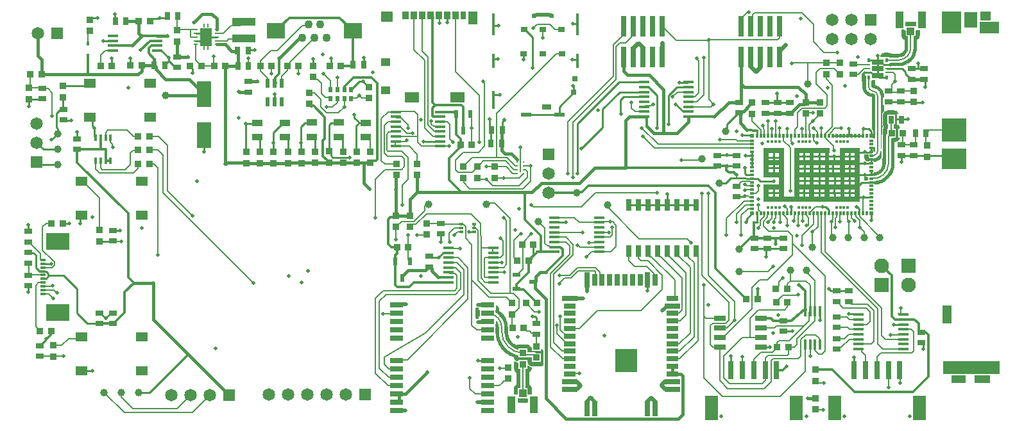
<source format=gtl>
G04*
G04 #@! TF.GenerationSoftware,Altium Limited,Altium Designer,21.6.4 (81)*
G04*
G04 Layer_Physical_Order=1*
G04 Layer_Color=255*
%FSLAX44Y44*%
%MOMM*%
G71*
G04*
G04 #@! TF.SameCoordinates,E4B945DB-FB87-47C5-857E-45FB9DAC6770*
G04*
G04*
G04 #@! TF.FilePolarity,Positive*
G04*
G01*
G75*
%ADD11C,0.2000*%
%ADD12C,0.1500*%
%ADD13C,0.2540*%
%ADD14C,0.2500*%
%ADD16R,0.9500X0.9000*%
%ADD17R,0.6000X0.2400*%
%ADD18R,1.6500X2.4000*%
%ADD19R,0.2500X0.6000*%
%ADD20R,0.9000X0.9500*%
%ADD21C,0.2500*%
%ADD22R,0.3000X0.5400*%
%ADD23R,1.0500X0.6000*%
%ADD24R,0.5400X0.3000*%
%ADD25R,1.4750X0.4500*%
%ADD26R,0.5000X0.8000*%
%ADD27R,1.7810X0.8000*%
%ADD28R,1.7810X0.8000*%
%ADD29R,0.7500X1.6000*%
%ADD30R,0.7400X2.7950*%
%ADD31R,0.7800X0.9900*%
%ADD32R,0.9900X0.7800*%
%ADD33R,1.5500X0.7450*%
%ADD34R,1.5500X0.6700*%
%ADD35R,0.4250X0.5150*%
%ADD36R,0.4250X0.2750*%
%ADD37R,0.9000X0.7000*%
%ADD38R,0.7000X0.7000*%
%ADD39R,1.2000X0.6500*%
%ADD40R,0.4500X2.9000*%
%ADD41R,0.4500X1.9000*%
%ADD42R,0.7500X0.7000*%
%ADD43R,1.4000X0.5000*%
%ADD44R,0.4500X2.4000*%
%ADD45R,0.6000X0.6000*%
%ADD46R,0.8000X0.8000*%
%ADD47R,0.3000X0.3000*%
%ADD48R,0.5400X0.5400*%
%ADD49R,0.6000X1.0500*%
%ADD50R,3.0000X3.0300*%
%ADD51R,0.7000X2.0000*%
%ADD52R,2.0000X0.7000*%
%ADD53R,1.5000X0.7000*%
%ADD54R,0.7000X1.5000*%
%ADD55R,0.2540X0.2540*%
%ADD56R,1.0000X1.0500*%
%ADD57R,1.0500X2.2000*%
%ADD58R,1.5500X1.3500*%
%ADD59R,1.2000X1.0000*%
%ADD60R,1.9000X1.3500*%
%ADD61R,1.1700X1.8000*%
%ADD62R,0.7500X1.1000*%
%ADD63R,0.8500X1.1000*%
%ADD64R,1.5500X1.3000*%
%ADD65R,0.8000X0.3000*%
%ADD66R,3.0500X2.2000*%
%ADD67R,1.5250X0.6500*%
%ADD68R,3.2000X3.1000*%
%ADD69R,3.2000X2.7300*%
%ADD70R,7.5000X1.8000*%
%ADD71R,1.2000X2.4000*%
%ADD72R,2.5000X1.6500*%
%ADD73R,1.7000X2.1000*%
%ADD74R,2.5000X2.9000*%
%ADD75R,1.4000X1.2500*%
%ADD76R,1.9500X1.1000*%
%ADD77R,2.0000X1.1000*%
%ADD78R,2.4000X2.0000*%
%ADD79R,1.0000X0.6750*%
%ADD80R,1.8500X3.5000*%
%ADD81R,1.4000X0.9000*%
%ADD82R,0.4500X1.4250*%
%ADD83R,0.4200X0.5600*%
%ADD84R,3.0500X1.1400*%
%ADD85R,0.4700X0.3000*%
%ADD86R,0.3500X0.8500*%
%ADD87R,0.8000X2.4000*%
%ADD88R,1.8000X3.3000*%
%ADD89R,0.6000X1.2000*%
%ADD90R,1.4500X0.9500*%
%ADD173C,0.3000*%
%ADD174C,0.1900*%
%ADD175C,1.0000*%
%ADD176C,0.4000*%
%ADD177C,0.3500*%
%ADD178C,0.5000*%
%ADD179C,0.1650*%
%ADD180C,0.6000*%
%ADD181C,0.6350*%
%ADD182C,0.2400*%
%ADD183C,0.3600*%
%ADD184C,0.2032*%
%ADD185C,0.3360*%
%ADD186C,1.6500*%
%ADD187R,1.6500X1.6500*%
%ADD188R,1.6500X1.6500*%
%ADD189C,1.1000*%
%ADD190R,1.9500X1.9500*%
%ADD191C,1.9500*%
%ADD192C,0.5000*%
%ADD193C,0.4000*%
G36*
X1186671Y532809D02*
X1186790Y532760D01*
Y528166D01*
X1186080Y527190D01*
X1173580D01*
X1172870Y528166D01*
Y532760D01*
X1172989Y532809D01*
X1174830Y533052D01*
X1184830D01*
X1186671Y532809D01*
D02*
G37*
G36*
X1172870Y522400D02*
X1173580Y521424D01*
Y514190D01*
X1176261D01*
Y500273D01*
X1176261Y499141D01*
X1176264Y499019D01*
X1176214Y497784D01*
X1175892Y495341D01*
X1174637Y492313D01*
X1172642Y489712D01*
X1170041Y487716D01*
X1167012Y486462D01*
X1165435Y486254D01*
X1164165Y486278D01*
X1164132Y486264D01*
X1163961Y486089D01*
X1151535D01*
Y486345D01*
X1144785D01*
Y486125D01*
X1140014D01*
X1139356Y487395D01*
X1139876Y488651D01*
X1141007Y490124D01*
X1142479Y491254D01*
X1144195Y491964D01*
X1146035Y492207D01*
X1150285D01*
X1152126Y491964D01*
X1153841Y491254D01*
X1154545Y490714D01*
X1163755D01*
X1165299Y490866D01*
X1166776Y491315D01*
X1168138Y492042D01*
X1169332Y493022D01*
X1170311Y494216D01*
X1171039Y495577D01*
X1171487Y497055D01*
X1171651Y498714D01*
X1171627Y498855D01*
X1171647Y499059D01*
X1171636Y499141D01*
Y509131D01*
X1171274Y509281D01*
X1169801Y510411D01*
X1168671Y511884D01*
X1167961Y513600D01*
X1167718Y515440D01*
Y522400D01*
X1172870D01*
D02*
G37*
G36*
X1191942Y515440D02*
X1191699Y513600D01*
X1190989Y511884D01*
X1189859Y510411D01*
X1188386Y509281D01*
X1188024Y509131D01*
Y499141D01*
X1187985Y498843D01*
X1187977Y498592D01*
X1187999Y497895D01*
X1187670Y494547D01*
X1187511Y493867D01*
X1187398Y493180D01*
X1186421Y489960D01*
X1186133Y489325D01*
X1185888Y488672D01*
X1184302Y485706D01*
X1183896Y485139D01*
X1183527Y484547D01*
X1181393Y481946D01*
X1180884Y481469D01*
X1180407Y480960D01*
X1177807Y478826D01*
X1177215Y478458D01*
X1176648Y478052D01*
X1176032Y477723D01*
X1173610D01*
Y476439D01*
X1173028Y476220D01*
X1172393Y475933D01*
X1169174Y474956D01*
X1168486Y474842D01*
X1167807Y474684D01*
X1165355Y474442D01*
X1165151Y474388D01*
X1165150D01*
X1165150Y474388D01*
X1165114D01*
X1165112Y474387D01*
X1165112Y474387D01*
X1164732D01*
X1164453Y474342D01*
X1164441Y474343D01*
X1164415Y474339D01*
X1164353Y474346D01*
X1164226Y474329D01*
X1164213Y474330D01*
X1164184Y474326D01*
X1154545D01*
X1154095Y473981D01*
X1153295Y474229D01*
X1152825Y474609D01*
Y474820D01*
X1148160D01*
Y477360D01*
X1152825D01*
Y478952D01*
X1163050D01*
X1164186Y478950D01*
X1164202Y478937D01*
X1164202Y478918D01*
X1165413Y479082D01*
X1165414Y479082D01*
X1165343Y479074D01*
X1165413Y479082D01*
X1165421Y479083D01*
X1167600Y479297D01*
X1171290Y480417D01*
X1174691Y482235D01*
X1177672Y484681D01*
X1180119Y487662D01*
X1181937Y491063D01*
X1183056Y494754D01*
X1183434Y498592D01*
X1183386Y499078D01*
X1183399Y499141D01*
Y514190D01*
X1186080D01*
Y521424D01*
X1186790Y522400D01*
X1191942D01*
Y515440D01*
D02*
G37*
G36*
X1119735Y467529D02*
Y467360D01*
X1124400D01*
Y464820D01*
X1119735D01*
Y462175D01*
X1121025D01*
Y460633D01*
X1120832Y459660D01*
Y447490D01*
X1120852Y447388D01*
X1120806Y447040D01*
X1121102Y444795D01*
X1121968Y442703D01*
X1123346Y440906D01*
X1125143Y439528D01*
X1127235Y438661D01*
X1128529Y438491D01*
X1129030Y438391D01*
X1129080Y438401D01*
X1130588Y438101D01*
X1131909Y437219D01*
X1132791Y435898D01*
X1133065Y434520D01*
X1133030Y434340D01*
Y379335D01*
X1132019Y378710D01*
X1129657D01*
X1129342Y379980D01*
X1129885Y380343D01*
X1130442Y381176D01*
X1130638Y382160D01*
Y388312D01*
X1130442Y389295D01*
X1129885Y390129D01*
X1128404Y391609D01*
Y433798D01*
X1128189Y433827D01*
X1128102D01*
X1128102Y433827D01*
X1128101Y433827D01*
X1128101D01*
X1127655Y433946D01*
X1127551Y433953D01*
X1127442Y433975D01*
X1127189Y434008D01*
X1127111Y434041D01*
X1125713Y434319D01*
X1125271Y434469D01*
X1124814Y434560D01*
X1124396Y434766D01*
X1123955Y434916D01*
X1123567Y435175D01*
X1123149Y435381D01*
X1121131Y436729D01*
X1120781Y437037D01*
X1120393Y437295D01*
X1120086Y437646D01*
X1119735Y437953D01*
X1119476Y438341D01*
X1119169Y438691D01*
X1117821Y440709D01*
X1117615Y441127D01*
X1117356Y441515D01*
X1117206Y441956D01*
X1117000Y442374D01*
X1116909Y442831D01*
X1116759Y443273D01*
X1116286Y445653D01*
X1116255Y446118D01*
X1116164Y446575D01*
X1116195Y447040D01*
X1116164Y447505D01*
X1116206Y447715D01*
Y453412D01*
X1116116Y453529D01*
X1115406Y455245D01*
X1115163Y457085D01*
Y462235D01*
X1115406Y464076D01*
X1116057Y465647D01*
X1118465Y468055D01*
X1119735Y467529D01*
D02*
G37*
G36*
X1133200Y454775D02*
X1132684Y453529D01*
X1132594Y453412D01*
Y449686D01*
X1134002Y449308D01*
X1136099Y448440D01*
X1136099Y448440D01*
X1136916Y447968D01*
X1137706Y447512D01*
X1137707Y447512D01*
X1139507Y446130D01*
X1140820Y444817D01*
X1142202Y443017D01*
X1142202Y443016D01*
X1142658Y442225D01*
X1143130Y441409D01*
X1143130Y441409D01*
X1143998Y439312D01*
X1144420Y437738D01*
Y436190D01*
X1144654D01*
X1144767Y435327D01*
X1144783Y435268D01*
Y434802D01*
X1143812Y433780D01*
X1143130D01*
Y420900D01*
X1144792D01*
Y415125D01*
X1144744Y415041D01*
X1144732Y414949D01*
X1144666Y414883D01*
X1144629Y414794D01*
X1144356Y414584D01*
X1144264Y414426D01*
X1144106Y414334D01*
X1143050Y412957D01*
X1143002Y412781D01*
X1142873Y412652D01*
X1142209Y411048D01*
Y410866D01*
X1142117Y410707D01*
X1141891Y408987D01*
X1141915Y408896D01*
X1141879Y408810D01*
Y398910D01*
X1141915Y398824D01*
X1141891Y398733D01*
X1142117Y397013D01*
X1142209Y396855D01*
Y396672D01*
X1142870Y395075D01*
X1142876Y395069D01*
X1142876Y395060D01*
X1142940Y394912D01*
Y394679D01*
X1142943Y394671D01*
X1142940Y394663D01*
X1142943Y394430D01*
X1142379Y393068D01*
Y392886D01*
X1142287Y392727D01*
X1142061Y391007D01*
X1142085Y390916D01*
X1142049Y390830D01*
Y384699D01*
X1141921Y384388D01*
Y384206D01*
X1141829Y384047D01*
X1141784Y383703D01*
X1141694Y383368D01*
X1141718Y383187D01*
X1141648Y383018D01*
Y382671D01*
X1141603Y382327D01*
X1141627Y382236D01*
X1141591Y382150D01*
Y365896D01*
X1141437Y365747D01*
X1140167Y366285D01*
Y434079D01*
X1140219Y434340D01*
X1140246D01*
X1139864Y437243D01*
X1138743Y439948D01*
X1136961Y442271D01*
X1134638Y444053D01*
X1131933Y445174D01*
X1129300Y445520D01*
X1128399Y445894D01*
X1128327Y446067D01*
X1127942Y447176D01*
X1127969Y447490D01*
X1127969Y448414D01*
Y455509D01*
X1128048Y455562D01*
X1128371Y456045D01*
X1132535D01*
X1133200Y454775D01*
D02*
G37*
G36*
X1133030Y367130D02*
Y364324D01*
X1133030Y363172D01*
X1133000Y363140D01*
X1133013Y363039D01*
X1132829Y361872D01*
X1132794Y361698D01*
X1132375Y361071D01*
X1131829Y361022D01*
X1130638Y362099D01*
Y365960D01*
X1130500Y366654D01*
X1131252Y367843D01*
X1131920Y367973D01*
X1133030Y367130D01*
D02*
G37*
G36*
X1124118Y353210D02*
X1125014D01*
X1125695Y351943D01*
X1125499Y350960D01*
Y348224D01*
X1122000D01*
X1121813Y348301D01*
X1120340Y349431D01*
X1119210Y350904D01*
X1118499Y352619D01*
X1118257Y354460D01*
Y357460D01*
X1118343Y358111D01*
X1124118D01*
Y353210D01*
D02*
G37*
G36*
X1141591Y361631D02*
Y354071D01*
X1141527Y353917D01*
Y353823D01*
X1141470Y353749D01*
X1141427Y353588D01*
X1141022Y353060D01*
X1139709Y351747D01*
X1138090Y350505D01*
X1138090Y350504D01*
X1136482Y349576D01*
X1135404Y349130D01*
X1134324Y348301D01*
X1132609Y347591D01*
X1131908Y347498D01*
X1130638Y348612D01*
Y350960D01*
X1130559Y351354D01*
X1131246Y352609D01*
X1131360Y352704D01*
X1131440Y352736D01*
X1131725Y352824D01*
X1132528Y352930D01*
X1135021Y353963D01*
X1137163Y355606D01*
X1138806Y357747D01*
X1139838Y360241D01*
X1140082Y362091D01*
X1140321Y362269D01*
X1141591Y361631D01*
D02*
G37*
G36*
X1123960Y327445D02*
Y324476D01*
X1123024Y323529D01*
X1118379D01*
X1118257Y324460D01*
Y327460D01*
X1118379Y328391D01*
X1123023D01*
X1123960Y327445D01*
D02*
G37*
G36*
X1159521Y415679D02*
X1161236Y414969D01*
X1162709Y413839D01*
X1163644Y412620D01*
X1163330Y411605D01*
X1163160Y411350D01*
X1161340D01*
Y405130D01*
X1167780D01*
Y402590D01*
X1161340D01*
Y396370D01*
X1162966D01*
X1164055Y395877D01*
X1164781Y394943D01*
X1165209Y394386D01*
X1165638Y393350D01*
X1164850Y392080D01*
X1163800D01*
Y380080D01*
X1164850D01*
X1165638Y378810D01*
X1165209Y377774D01*
X1164079Y376301D01*
X1162757Y375287D01*
X1161733D01*
Y374809D01*
X1160891Y374461D01*
X1159050Y374218D01*
X1158760D01*
Y345434D01*
X1158748Y345341D01*
X1158752Y345308D01*
X1158706Y344996D01*
X1158715Y344719D01*
X1158699Y344560D01*
Y344506D01*
X1158699Y344504D01*
Y344501D01*
X1158690Y344471D01*
X1158348Y340992D01*
X1158189Y340312D01*
X1158076Y339624D01*
X1156878Y335677D01*
X1156590Y335042D01*
X1156345Y334389D01*
X1154400Y330751D01*
X1153994Y330185D01*
X1153626Y329592D01*
X1151009Y326404D01*
X1150500Y325927D01*
X1150023Y325418D01*
X1146835Y322801D01*
X1146243Y322433D01*
X1145676Y322027D01*
X1142038Y320082D01*
X1141385Y319837D01*
X1140750Y319549D01*
X1136803Y318351D01*
X1136115Y318238D01*
X1135435Y318079D01*
X1133288Y317868D01*
X1133275Y317867D01*
X1132019Y318659D01*
Y318710D01*
X1131123D01*
X1130442Y319977D01*
X1130638Y320960D01*
X1130627Y321012D01*
X1130627Y321017D01*
X1131592Y322335D01*
X1135228Y322693D01*
X1139647Y324033D01*
X1143719Y326210D01*
X1147288Y329139D01*
X1150217Y332708D01*
X1152394Y336780D01*
X1153734Y341199D01*
X1154028Y344184D01*
X1154145Y345371D01*
X1154138Y346629D01*
X1154138Y346653D01*
Y378631D01*
X1154279Y378747D01*
X1155078Y378906D01*
X1155338Y378940D01*
X1155386Y378967D01*
X1155547Y378999D01*
X1156196Y379433D01*
X1156459Y379584D01*
X1156498Y379635D01*
X1156622Y379718D01*
X1156864Y380080D01*
X1160300D01*
Y392080D01*
X1157298D01*
Y397660D01*
X1158930D01*
Y410060D01*
X1148630D01*
Y397660D01*
X1150262D01*
Y392080D01*
X1148800D01*
Y385083D01*
X1148133Y384637D01*
X1147370Y383496D01*
X1147102Y382150D01*
Y345503D01*
X1147096Y345497D01*
X1147096D01*
X1147096Y345497D01*
X1146809Y342576D01*
X1145870Y339482D01*
X1144346Y336631D01*
X1142295Y334132D01*
X1139796Y332081D01*
X1136945Y330557D01*
X1133851Y329618D01*
X1131522Y329389D01*
X1131402Y329454D01*
X1130564Y330565D01*
X1130563Y330584D01*
X1130638Y330960D01*
Y333308D01*
X1131908Y334422D01*
X1132609Y334329D01*
X1132983Y334174D01*
X1135171Y334838D01*
X1137222Y335934D01*
X1139018Y337408D01*
X1140493Y339206D01*
X1141589Y341256D01*
X1142264Y343480D01*
X1142480Y345676D01*
Y352738D01*
X1142664Y352978D01*
X1142777Y353399D01*
X1142944Y353802D01*
Y363137D01*
X1142759Y363585D01*
X1142607Y364013D01*
X1142654Y364127D01*
X1142849Y364327D01*
X1142845Y364586D01*
X1142944Y364826D01*
Y382150D01*
X1142989Y382494D01*
X1142965Y382584D01*
X1143001Y382671D01*
Y383018D01*
X1143001Y383018D01*
X1143091Y383353D01*
X1143079Y383446D01*
X1143125Y383527D01*
X1143171Y383871D01*
X1143299Y384181D01*
Y384451D01*
X1143402Y384699D01*
Y390830D01*
X1143629Y392551D01*
X1144293Y394154D01*
Y394163D01*
X1144299Y394169D01*
X1144293Y394679D01*
Y395189D01*
X1144287Y395196D01*
X1144287Y395205D01*
X1144120Y395593D01*
X1143459Y397189D01*
X1143232Y398910D01*
Y408810D01*
X1143459Y410531D01*
X1144123Y412134D01*
X1145179Y413511D01*
X1145616Y413845D01*
X1145663Y413926D01*
X1145749Y413962D01*
X1145916Y414365D01*
X1146134Y414742D01*
X1146116Y414809D01*
X1146324Y414969D01*
X1148039Y415679D01*
X1149880Y415922D01*
X1157680D01*
X1159521Y415679D01*
D02*
G37*
G36*
X608700Y155415D02*
X609747D01*
Y152405D01*
X611037D01*
Y143485D01*
X609747D01*
Y140112D01*
X608608D01*
X607145Y139821D01*
X606041Y140600D01*
X605418Y142104D01*
X605176Y143945D01*
Y151945D01*
X605418Y153785D01*
X605940Y155045D01*
X607237Y155706D01*
X608700Y155415D01*
D02*
G37*
G36*
X635126Y156974D02*
X636256Y155501D01*
X636967Y153785D01*
X637209Y151945D01*
Y150692D01*
X639961Y148433D01*
X640437Y147924D01*
X640947Y147448D01*
X643380Y144483D01*
X643748Y143891D01*
X644154Y143324D01*
X645962Y139941D01*
X646208Y139289D01*
X646496Y138653D01*
X647609Y134983D01*
X647722Y134295D01*
X647881Y133616D01*
X648185Y130523D01*
X648214Y130416D01*
Y130416D01*
X648214Y130415D01*
Y130230D01*
X648217Y130206D01*
X648214Y130134D01*
Y129983D01*
X648264Y129654D01*
X648259Y129602D01*
X648274Y129486D01*
Y124460D01*
X648263Y124376D01*
X648276Y124259D01*
X648246Y124068D01*
X648256Y123876D01*
X648247Y123765D01*
X648499Y120563D01*
X649249Y117440D01*
X650478Y114473D01*
X652156Y111734D01*
X654242Y109292D01*
X656684Y107206D01*
X659396Y105545D01*
X659714Y105789D01*
X661429Y106499D01*
X663270Y106742D01*
X672770D01*
X674611Y106499D01*
X676326Y105789D01*
X677799Y104659D01*
X678929Y103186D01*
X679639Y101471D01*
X679714Y100904D01*
X680063D01*
Y98270D01*
X692063D01*
Y99320D01*
X693333Y100108D01*
X694369Y99679D01*
X695186Y99051D01*
Y78989D01*
X694369Y78361D01*
X692653Y77651D01*
X690813Y77408D01*
X681313D01*
X679472Y77651D01*
X677757Y78361D01*
X676284Y79491D01*
X675154Y80964D01*
X674522Y82490D01*
X674306Y83721D01*
D01*
X674020Y84945D01*
Y85880D01*
X662020D01*
Y84830D01*
X660750Y84042D01*
X659714Y84471D01*
X658241Y85601D01*
X657111Y87074D01*
X656401Y88789D01*
X656360Y89099D01*
X652494Y90701D01*
X652010Y90980D01*
X651500Y91207D01*
X647521Y93645D01*
X647087Y93997D01*
X646618Y94301D01*
X643071Y97331D01*
X642697Y97747D01*
X642281Y98120D01*
X639251Y101669D01*
X638947Y102137D01*
X638595Y102571D01*
X636157Y106550D01*
X635930Y107060D01*
X635651Y107544D01*
X633865Y111855D01*
X633720Y112395D01*
X633520Y112916D01*
X632431Y117453D01*
X632373Y118009D01*
X632256Y118555D01*
X631890Y123207D01*
X631919Y123765D01*
X631890Y124323D01*
X631895Y124389D01*
X631886Y124460D01*
Y129205D01*
X631853Y129539D01*
X632637Y130405D01*
X632637D01*
Y137184D01*
X633833Y137612D01*
X634016Y137388D01*
X635395Y134810D01*
X636243Y132012D01*
X636499Y129412D01*
X636499Y129412D01*
X636499D01*
X636511Y129401D01*
Y124460D01*
X636522Y124404D01*
X636472Y123765D01*
X636869Y118721D01*
X638050Y113801D01*
X639986Y109127D01*
X642630Y104813D01*
X645916Y100966D01*
X649763Y97680D01*
X654077Y95036D01*
X658751Y93100D01*
X662020Y92316D01*
Y89380D01*
X669241D01*
X670440Y89141D01*
X680063D01*
Y83270D01*
X692063D01*
Y94770D01*
X685206D01*
X684896Y95233D01*
X683738Y96007D01*
X682373Y96279D01*
X674020D01*
Y100880D01*
X662020D01*
Y100720D01*
X661000Y99963D01*
X659095Y100541D01*
X654749Y102864D01*
X650940Y105990D01*
X647814Y109799D01*
X645491Y114145D01*
X644061Y118861D01*
X643642Y123115D01*
X643637Y124374D01*
X643649Y124460D01*
X643649Y125638D01*
Y128301D01*
X643649Y129481D01*
X643650Y129487D01*
X643646Y129561D01*
X643646D01*
X643267Y133409D01*
X642011Y137550D01*
X639971Y141367D01*
X637225Y144712D01*
X633880Y147458D01*
X631347Y148812D01*
Y152405D01*
X632637D01*
Y157425D01*
X632892Y157595D01*
X633907Y157909D01*
X635126Y156974D01*
D02*
G37*
G36*
X675369Y78576D02*
X675460Y78418D01*
X676933Y77288D01*
X677110Y77240D01*
X677239Y77111D01*
X678954Y76401D01*
X678972D01*
X679855Y75428D01*
X679639Y73789D01*
X678929Y72074D01*
X677799Y70601D01*
X676326Y69471D01*
X676214Y69425D01*
Y53479D01*
X676576Y53329D01*
X678049Y52199D01*
X679179Y50726D01*
X679889Y49011D01*
X680132Y47170D01*
Y40210D01*
X674980D01*
X674270Y41186D01*
Y48420D01*
X671589D01*
Y74380D01*
X674020D01*
Y78133D01*
X674859Y78510D01*
X675290Y78622D01*
X675369Y78576D01*
D02*
G37*
G36*
X657418Y84528D02*
X658891Y83398D01*
X659067Y83350D01*
X659196Y83221D01*
X660232Y82792D01*
X660347D01*
X660441Y82725D01*
X660750Y82775D01*
X661331Y82711D01*
X662020Y81834D01*
Y74380D01*
X664451D01*
Y48420D01*
X661770D01*
Y41186D01*
X661060Y40210D01*
X655908D01*
Y47170D01*
X656151Y49011D01*
X656861Y50726D01*
X657991Y52199D01*
X659464Y53329D01*
X659826Y53479D01*
Y69425D01*
X659714Y69471D01*
X658241Y70601D01*
X657111Y72074D01*
X656401Y73789D01*
X656158Y75630D01*
Y83634D01*
X657210Y84535D01*
X657418Y84528D01*
D02*
G37*
G36*
X674270Y35420D02*
X674980Y34444D01*
Y29850D01*
X674861Y29801D01*
X673020Y29558D01*
X663020D01*
X661179Y29801D01*
X661060Y29850D01*
Y34444D01*
X661770Y35420D01*
X674270D01*
D02*
G37*
D11*
X640081Y129487D02*
G03*
X622264Y147561I-18466J-385D01*
G01*
X640080Y124460D02*
G03*
X668020Y95130I28635J-695D01*
G01*
X1164221Y482521D02*
G03*
X1179830Y499141I-459J16071D01*
G01*
X1164184Y482520D02*
G03*
X1164221Y482521I-10J2000D01*
G01*
X1136598Y363172D02*
G03*
X1136599Y363142I2000J18D01*
G01*
X1131005Y356265D02*
G03*
X1136599Y363142I-1153J6651D01*
G01*
X1136650Y434340D02*
G03*
X1129030Y441960I-7620J0D01*
G01*
X1124400Y447490D02*
G03*
X1129030Y441960I5080J-450D01*
G01*
X681990Y524510D02*
X687070Y529590D01*
X703580D02*
X710590Y522580D01*
X687070Y529590D02*
X703580D01*
X697230Y240030D02*
X700800Y236460D01*
X697230Y240030D02*
Y260350D01*
X688340Y269240D02*
X697230Y260350D01*
X700800Y236460D02*
X703385D01*
X703580Y236265D01*
X640080Y124460D02*
Y129486D01*
X961882Y318080D02*
X964002Y315960D01*
X970669D01*
X961070Y318080D02*
X961882D01*
X966099Y302631D02*
X967270Y301460D01*
X961720Y302631D02*
X966099D01*
X961146Y303205D02*
X961720Y302631D01*
X970169Y301460D02*
X970669Y300960D01*
X967270Y301460D02*
X970169D01*
X1016841Y382699D02*
Y392071D01*
X1016814Y382672D02*
X1016841Y382699D01*
X1016814Y392098D02*
X1016841Y392071D01*
X1036809Y382244D02*
X1036881Y382172D01*
X1036809Y382244D02*
Y391774D01*
X1036750Y391833D02*
X1036809Y391774D01*
X1061578Y392164D02*
X1061723Y392019D01*
Y382305D02*
X1061790Y382238D01*
X1061723Y382305D02*
Y392019D01*
X1117085Y382994D02*
Y391837D01*
Y382994D02*
X1117141Y382938D01*
X1117085Y391837D02*
X1117302Y392054D01*
X1101869Y273637D02*
Y279760D01*
Y273637D02*
X1106162Y269343D01*
X1112368Y275275D02*
X1139073Y248570D01*
Y247801D02*
Y248570D01*
X1112368Y275275D02*
Y279260D01*
X1111869Y279760D02*
X1112368Y279260D01*
X1118870Y248254D02*
Y255270D01*
X1118351Y247735D02*
X1118870Y248254D01*
X1112520Y261620D02*
X1118870Y255270D01*
X1097976Y268666D02*
X1098550Y269240D01*
X1097976Y248346D02*
Y268666D01*
X1097280Y247650D02*
X1097976Y248346D01*
X1098550Y269240D02*
Y270052D01*
X703580Y234950D02*
Y236265D01*
X1112520Y261620D02*
Y270528D01*
X1107368Y275679D02*
Y279260D01*
X1106869Y279760D02*
X1107368Y279260D01*
Y275679D02*
X1112520Y270528D01*
X1041400Y203200D02*
X1053540Y191060D01*
Y150390D02*
Y191060D01*
X1021080Y190500D02*
Y204470D01*
X579145Y337795D02*
Y350545D01*
Y337795D02*
X582930Y334010D01*
X579145Y350545D02*
X589159Y360559D01*
X582930Y334010D02*
X601080D01*
X609479Y360559D02*
X617354Y368434D01*
X589159Y360559D02*
X609479D01*
X615950Y453848D02*
X617354Y452444D01*
Y368434D02*
Y452444D01*
X615950Y453848D02*
Y454660D01*
X601276Y353506D02*
X633392D01*
Y412310D01*
X711962Y490880D01*
X633392Y353506D02*
X647254D01*
X593030Y345260D02*
X601276Y353506D01*
X647396Y353364D02*
X657940Y342820D01*
X612330Y345510D02*
X615769Y348949D01*
X645461D01*
X656590Y337820D01*
X589530Y341510D02*
X593030Y345010D01*
X589280Y341510D02*
X589530D01*
X593030Y345010D02*
Y345260D01*
X999920Y99120D02*
X1003420Y102620D01*
X982345Y96520D02*
X997070D01*
X999670Y99120D01*
X999920D01*
X1003420Y102620D02*
Y109220D01*
X1016939Y91988D02*
X1018420Y93469D01*
X987820Y88660D02*
X991148Y91988D01*
X1016939D01*
X972820Y86995D02*
X982345Y96520D01*
X957580Y115570D02*
X967740D01*
X933450Y91440D02*
X957580Y115570D01*
X933450Y61976D02*
Y91440D01*
Y61976D02*
X940816Y54610D01*
X983756D02*
X987820Y58674D01*
X940816Y54610D02*
X983756D01*
X657940Y342820D02*
X660452D01*
X656590Y337820D02*
X660452D01*
X646310Y341510D02*
X655000Y332820D01*
X660452D01*
X631190Y341510D02*
X646310D01*
X1179830Y499141D02*
Y520690D01*
X1148160Y482520D02*
X1164184D01*
X1124400Y459210D02*
X1125525Y458085D01*
X1136598Y363172D02*
Y434340D01*
Y363172D02*
Y363172D01*
X1130931Y356258D02*
X1131005Y356265D01*
X1128068Y355960D02*
X1130931Y356258D01*
X1124400Y447490D02*
Y459210D01*
Y459660D01*
X1086620Y279512D02*
X1086869Y279760D01*
X1086620Y269573D02*
Y279512D01*
X1086372Y269325D02*
X1086620Y269573D01*
X1096869Y271733D02*
X1098550Y270052D01*
X1096869Y278693D02*
X1097368Y279193D01*
X1096869Y271733D02*
Y278693D01*
X609720Y325120D02*
X618813D01*
X608330Y326510D02*
X609720Y325120D01*
X619760D02*
X628650Y316230D01*
X598170Y312420D02*
X668099D01*
X678180Y322501D01*
X589951Y320639D02*
X598170Y312420D01*
X601080Y334010D02*
X604330Y337260D01*
X669192Y342860D02*
X678140D01*
X678180Y322501D02*
Y342900D01*
X1019810Y111760D02*
X1038910Y130860D01*
X1002958D02*
X1038910D01*
X1045929Y137879D01*
X1000368Y128270D02*
X1002958Y130860D01*
X1029970Y106680D02*
Y114300D01*
X1053540Y137870D01*
Y150390D01*
X1045929Y137879D02*
Y149279D01*
X1005960Y111760D02*
X1019810D01*
X1003420Y109220D02*
X1005960Y111760D01*
X967740Y115570D02*
Y140974D01*
Y115570D02*
X982160D01*
X967740Y140974D02*
X978885Y152119D01*
X1006150Y166297D02*
X1011186Y171334D01*
X1030428Y172720D02*
X1031240D01*
X1029042Y171334D02*
X1030428Y172720D01*
X1011186Y171334D02*
X1029042D01*
X668020Y41920D02*
Y80130D01*
X670440Y92710D02*
X682373D01*
X677156Y124270D02*
X679479Y121947D01*
X683853D01*
X672920Y124270D02*
X677156D01*
X685800Y104283D02*
Y120000D01*
X674370Y327660D02*
Y335280D01*
X671830Y337820D02*
X674370Y335280D01*
X662940Y316230D02*
X674370Y327660D01*
X669152Y337820D02*
X671830D01*
X628650Y316230D02*
X662940D01*
X1117234Y280126D02*
Y300624D01*
X1117570Y300960D01*
X997033Y382324D02*
Y391947D01*
X1116869Y279760D02*
X1117234Y280126D01*
X1005780Y189170D02*
X1010920Y194310D01*
X1021080Y190500D02*
X1041400D01*
X1047040Y150390D02*
Y184860D01*
X1041400Y190500D02*
X1047040Y184860D01*
X1017041Y180351D02*
Y186461D01*
X1021080Y190500D01*
X664736Y345386D02*
Y366644D01*
Y345386D02*
X664802Y345320D01*
X664670Y366711D02*
X664736Y366644D01*
X664802Y335320D02*
Y345320D01*
X711962Y490880D02*
X719730D01*
X710590Y522580D02*
X718730D01*
X978885Y152119D02*
X1013179D01*
X982160Y128270D02*
X1000368D01*
X619760Y341630D02*
X631070D01*
X589951Y320639D02*
Y325839D01*
X1018420Y93469D02*
Y102870D01*
X987820Y72640D02*
Y88660D01*
X1026160Y102870D02*
X1029970Y106680D01*
X1018420Y102870D02*
X1026160D01*
X987820Y58674D02*
Y72640D01*
X1017150Y156090D02*
Y162297D01*
X1013179Y152119D02*
X1017150Y156090D01*
X1005780Y184090D02*
Y189170D01*
X972820Y72640D02*
Y86995D01*
X660452Y347820D02*
Y350976D01*
D12*
X907080Y436724D02*
Y486084D01*
X897636Y427280D02*
X907080Y436724D01*
X913384Y430276D02*
X919480Y424180D01*
X913384Y430276D02*
Y509016D01*
X1004316D01*
X1007024Y511724D01*
X870480Y508750D02*
X911767D01*
X852170Y527060D02*
X870480Y508750D01*
X912368Y508000D02*
Y508149D01*
X911767Y508750D02*
X912368Y508149D01*
Y508000D02*
X913384Y509016D01*
X57800Y417210D02*
X60960D01*
X1013460Y288870D02*
X1016869Y285461D01*
Y279760D02*
Y285461D01*
X236220Y482200D02*
X243633Y474787D01*
X236220Y482200D02*
Y503080D01*
X212090Y522192D02*
X212092Y522636D01*
X264142Y518080D02*
X272970D01*
X295115Y528303D02*
X299720Y532909D01*
X283193Y528303D02*
X295115D01*
X272970Y518080D02*
X283193Y528303D01*
X212092Y522636D02*
Y530380D01*
X264142Y508080D02*
X277458D01*
X279908Y510530D02*
X298941D01*
X277458Y508080D02*
X279908Y510530D01*
X229909Y523080D02*
X236141D01*
X230788Y513080D02*
X236141D01*
X229909Y513959D02*
X230788Y513080D01*
X229909Y513959D02*
Y523080D01*
X212092Y522636D02*
X212094Y523080D01*
X229909D01*
X298941Y510530D02*
X299720Y511308D01*
X212120Y540400D02*
X212740Y541020D01*
X212120Y530352D02*
Y540400D01*
X212092Y530380D02*
X212120Y530352D01*
X668081Y206274D02*
Y241361D01*
X951190Y375960D02*
X970668D01*
X949960Y377190D02*
X951190Y375960D01*
X928370Y377190D02*
X949960D01*
X764037Y306837D02*
X845201D01*
X745490Y288290D02*
X764037Y306837D01*
X681990Y288290D02*
X745490D01*
X679450Y290830D02*
X681990Y288290D01*
X779780Y288530D02*
Y290830D01*
Y288530D02*
X782137Y286173D01*
Y285933D02*
Y286173D01*
Y285933D02*
X821690Y246380D01*
X884618D01*
X889698Y241300D01*
X668081Y241361D02*
X679450Y252730D01*
X783232Y268651D02*
X786719D01*
X782643Y269240D02*
X783232Y268651D01*
X656440Y221825D02*
Y244338D01*
X660640Y217375D02*
Y217625D01*
X656440Y221825D02*
X660640Y217625D01*
X660640Y198833D02*
X668081Y206274D01*
X664831Y252730D02*
X665480D01*
X656440Y244338D02*
X664831Y252730D01*
X1051868Y376208D02*
Y382160D01*
X1055388Y372688D02*
X1056127D01*
X1051868Y376208D02*
X1055388Y372688D01*
X877189Y350520D02*
X902970D01*
X751840Y222068D02*
X758482Y228710D01*
X768520D02*
X784335D01*
X791210Y235585D01*
Y264160D01*
X786719Y268651D02*
X791210Y264160D01*
X768520Y267710D02*
X770020Y269210D01*
X775994D01*
X776024Y269240D01*
X782643D01*
X709760Y274210D02*
X735838D01*
X742338Y267710D01*
X768520D01*
X758482Y228710D02*
X768520D01*
X487680Y172720D02*
X579120D01*
X586042Y179642D01*
X478790Y163830D02*
X487680Y172720D01*
X481330Y349765D02*
Y405130D01*
X490225Y414025D02*
X500108D01*
X481330Y405130D02*
X490225Y414025D01*
X485140Y395650D02*
X490515Y401025D01*
X500108D01*
X485140Y359841D02*
Y395650D01*
Y359841D02*
X489381Y355600D01*
X481330Y349765D02*
X485775Y345320D01*
X524320Y496042D02*
X538480Y481882D01*
Y392955D02*
X549910Y381525D01*
X538480Y392955D02*
Y481882D01*
X34290Y231140D02*
Y261900D01*
Y231140D02*
X47570Y217860D01*
X47584D02*
X50220Y215224D01*
Y211496D02*
Y215224D01*
X47570Y217860D02*
X47584D01*
X34290Y261900D02*
X39090Y266700D01*
X473710Y68580D02*
Y167640D01*
X483870Y177800D01*
X473710Y68580D02*
X490345Y51945D01*
X478790Y74930D02*
Y163830D01*
Y74930D02*
X490886Y62834D01*
X490345Y51945D02*
X504678D01*
X504566Y62834D02*
X504678Y62945D01*
X490886Y62834D02*
X504566D01*
X485140Y80010D02*
Y89928D01*
Y80010D02*
X490886Y74264D01*
X539751Y121921D02*
X590550Y172720D01*
X485140Y89928D02*
X485717Y90506D01*
X539751Y121921D01*
X504359Y74264D02*
X504678Y73945D01*
X490886Y74264D02*
X504359D01*
X605456Y40974D02*
X617648D01*
X617677Y40945D01*
X504053Y147320D02*
X504678Y147945D01*
X483870Y147320D02*
X504053D01*
X647598Y74930D02*
X648970Y76302D01*
X637540Y74930D02*
X647598D01*
X617677Y114945D02*
X618302Y115570D01*
X504678Y84945D02*
X506102Y86369D01*
X515629D01*
X617677Y51945D02*
X637045D01*
X642849Y57749D02*
X645416D01*
X648970Y61302D01*
X641008Y55908D02*
X642849Y57749D01*
X641008Y55908D02*
Y55908D01*
X637045Y51945D02*
X641008Y55908D01*
X570060Y221238D02*
X582422D01*
X595630Y208030D01*
Y166370D02*
Y208030D01*
X515629Y86369D02*
X595630Y166370D01*
X570060Y201737D02*
X571560Y200238D01*
X578273D01*
X581030Y197480D01*
Y180766D02*
Y197480D01*
X578064Y177800D02*
X581030Y180766D01*
X483870Y177800D02*
X578064D01*
X570060Y208237D02*
X579033D01*
X586042Y201228D01*
Y179642D02*
Y201228D01*
X618177Y125945D02*
X621427Y129195D01*
X600710Y132080D02*
Y191721D01*
Y132080D02*
X606845Y125945D01*
X617677D01*
X618177D01*
X570060Y214738D02*
X581298D01*
X590550Y205486D01*
Y172720D02*
Y205486D01*
X598170Y48260D02*
Y62230D01*
Y48260D02*
X605456Y40974D01*
X646310Y168910D02*
X654050Y161170D01*
X600860Y191397D02*
X623347Y168910D01*
X646310D01*
X991870Y203200D02*
X998220Y209550D01*
X953770Y203200D02*
X991870D01*
X990600Y191770D02*
X1023620Y224790D01*
X980440Y191770D02*
X990600D01*
X1023620Y224790D02*
Y240030D01*
X1041868Y411251D02*
X1043299Y412682D01*
X961102Y310760D02*
X961202Y310860D01*
X970568D02*
X970669Y310960D01*
X961202Y310860D02*
X970568D01*
X986869Y382160D02*
Y390411D01*
X984861Y395911D02*
X985530Y395241D01*
Y391749D02*
X986869Y390411D01*
X985530Y391749D02*
Y395241D01*
X991351Y401964D02*
X991610Y401706D01*
Y382418D02*
X991869Y382160D01*
X991610Y382418D02*
Y401706D01*
X1001483Y402021D02*
X1001676Y401829D01*
Y382352D02*
Y401829D01*
Y382352D02*
X1001869Y382160D01*
X1006745Y382283D02*
Y392141D01*
Y382283D02*
X1006869Y382160D01*
X1006622Y392264D02*
X1006745Y392141D01*
X1056450Y407850D02*
X1060200Y411600D01*
X1056450Y407600D02*
Y407850D01*
X1051095Y402244D02*
X1056450Y407600D01*
X1060200Y411600D02*
X1060450D01*
X1051095Y401985D02*
Y402244D01*
X1045929Y389765D02*
Y396820D01*
X1051095Y401985D01*
X1079845Y392164D02*
X1088446D01*
X1073369Y385688D02*
X1079845Y392164D01*
X1073369Y384860D02*
Y385688D01*
X1071868Y383360D02*
X1073369Y384860D01*
X936836Y251349D02*
Y272880D01*
X959916Y295960D01*
X949960Y268025D02*
X950016Y267969D01*
X949960Y268025D02*
Y279400D01*
X961520Y290960D01*
X807720Y217170D02*
Y229850D01*
X883920D02*
X886920Y226850D01*
X896620Y229850D02*
X899154Y227316D01*
X874680Y222600D02*
X888765Y208515D01*
X874230Y107480D02*
X888765Y122015D01*
Y208515D01*
X865177Y137480D02*
X875350D01*
X874049Y147609D02*
X878487Y152047D01*
X865177Y147480D02*
X865306Y147609D01*
X837894Y222600D02*
X868680Y191813D01*
X865177Y167480D02*
X865930D01*
X868680Y170230D01*
Y191813D01*
X824230Y151130D02*
X852170Y179070D01*
X730177Y127480D02*
X742950D01*
X760399Y144929D01*
X766600Y151130D01*
X824230D01*
X874220Y222600D02*
X874680D01*
X871220Y225600D02*
X874220Y222600D01*
X871220Y225600D02*
Y229850D01*
X875350Y137480D02*
X883396Y145526D01*
Y201184D01*
X861980Y222600D02*
X883396Y201184D01*
X861520Y222600D02*
X861980D01*
X858520Y225600D02*
X861520Y222600D01*
X858520Y225600D02*
Y229850D01*
X865306Y147609D02*
X874049D01*
X878487Y152047D02*
Y194048D01*
X849936Y222600D02*
X878487Y194048D01*
X848820Y222600D02*
X849936D01*
X845820Y225600D02*
X848820Y222600D01*
X845820Y225600D02*
Y229850D01*
X852170Y179070D02*
Y198120D01*
X833120Y217170D02*
X852170Y198120D01*
X823595Y217170D02*
X833120D01*
X820420Y220345D02*
X823595Y217170D01*
X820420Y220345D02*
Y229850D01*
X836120Y222600D02*
X837894D01*
X833120Y225600D02*
X836120Y222600D01*
X833120Y225600D02*
Y229850D01*
X865177Y107480D02*
X874230D01*
X899154Y111754D02*
Y227316D01*
X874880Y87480D02*
X899154Y111754D01*
X865177Y87480D02*
X874880D01*
X886920Y221790D02*
Y226850D01*
Y221790D02*
X894051Y214660D01*
Y116811D02*
Y214660D01*
X874720Y97480D02*
X894051Y116811D01*
X865177Y97480D02*
X874720D01*
X807720Y217170D02*
X815340Y209550D01*
X831850D01*
X840849Y200551D01*
Y193509D02*
Y200551D01*
Y193509D02*
X842678Y191680D01*
X981710Y263996D02*
Y270510D01*
X979212Y260551D02*
Y261498D01*
X981710Y263996D01*
X1025595Y269686D02*
X1026232Y270323D01*
Y279123D01*
X1026869Y279760D01*
X1017270Y263852D02*
Y272330D01*
X1017253Y263834D02*
X1017270Y263852D01*
X1036869Y279760D02*
X1037005Y279624D01*
Y270138D02*
Y279624D01*
Y270138D02*
X1037141Y270002D01*
X1031777Y263926D02*
Y279668D01*
X1031684Y263834D02*
X1031777Y263926D01*
Y279668D02*
X1031868Y279760D01*
X1043940Y478790D02*
X1068403D01*
X1023366D02*
X1043940D01*
Y451027D02*
Y478790D01*
X1022858Y478282D02*
X1023366Y478790D01*
X1075497Y249298D02*
Y269046D01*
Y249298D02*
X1077059Y247735D01*
X1050290Y234950D02*
Y255270D01*
X232410Y16510D02*
X255270Y39370D01*
X142240Y16510D02*
X232410D01*
X115570Y43180D02*
X142240Y16510D01*
X212090Y21590D02*
X229870Y39370D01*
X153670Y21590D02*
X212090D01*
X138430Y36830D02*
X153670Y21590D01*
X138430Y36830D02*
Y43180D01*
X1066800Y97790D02*
Y196850D01*
X1023620Y240030D02*
Y250190D01*
Y240030D02*
X1066800Y196850D01*
X787400Y502920D02*
X798315Y513835D01*
X787400Y461010D02*
Y502920D01*
X727710Y401320D02*
X787400Y461010D01*
X791210Y500380D02*
X796290Y505460D01*
X791210Y457200D02*
Y500380D01*
X734060Y400050D02*
X791210Y457200D01*
X956310Y277324D02*
X964946Y285960D01*
X956310Y251460D02*
Y277324D01*
X500380Y261740D02*
X507880Y269240D01*
X524510D01*
X538480Y283210D01*
Y289560D01*
X541020Y292100D01*
X621030Y293370D02*
X631190D01*
X619760Y292100D02*
X621030Y293370D01*
X651510Y173990D02*
Y273050D01*
X631190Y293370D02*
X651510Y273050D01*
Y173990D02*
X655320D01*
X625686D02*
X651510D01*
X642620Y274320D02*
X646430Y270510D01*
Y212248D02*
Y270510D01*
X642419Y208237D02*
X646430Y212248D01*
X93292Y448190D02*
X96862Y451760D01*
X1007024Y526984D02*
X1007110Y527070D01*
X1007024Y511724D02*
Y526984D01*
X969010Y527070D02*
X971599Y529659D01*
X956310Y527070D02*
Y537345D01*
X965800Y545430D02*
X966470Y546100D01*
X964395Y545430D02*
X965800D01*
X956310Y537345D02*
X964395Y545430D01*
X1065530Y492760D02*
X1083310D01*
X1051560Y506730D02*
X1065530Y492760D01*
X1051560Y506730D02*
Y529590D01*
X1036320Y544830D02*
X1051560Y529590D01*
X974090Y544830D02*
X1036320D01*
X971599Y542339D02*
X974090Y544830D01*
X971599Y529659D02*
Y542339D01*
X600710Y191871D02*
Y238372D01*
X592542Y246540D02*
Y262148D01*
Y246540D02*
X600710Y238372D01*
X709760Y248210D02*
X724610D01*
X734060Y238760D01*
Y224790D02*
Y238760D01*
X708660Y199390D02*
X734060Y224790D01*
X608747Y190928D02*
Y257262D01*
X606409Y259600D02*
X608747Y257262D01*
Y190928D02*
X625686Y173990D01*
X570821Y242258D02*
X571491Y241588D01*
X570518Y244217D02*
X570821Y243913D01*
X577240Y260350D02*
X587280D01*
X570518Y253628D02*
X577240Y260350D01*
X570821Y242258D02*
Y243913D01*
X570518Y244217D02*
Y253628D01*
X526900Y265240D02*
X541060Y279400D01*
X519430Y261740D02*
X522930Y265240D01*
X526900D01*
X541060Y279400D02*
X599389D01*
X1041400Y119380D02*
X1054100D01*
X1058906Y107284D02*
Y114573D01*
X1035050Y113030D02*
X1041400Y119380D01*
X1058906Y107284D02*
X1060040Y106150D01*
X1054100Y119380D02*
X1058906Y114573D01*
X927920Y58870D02*
Y102870D01*
Y58870D02*
X938530Y48260D01*
X918591Y102870D02*
X927920D01*
X938530Y48260D02*
X986536D01*
X995680Y57404D01*
X1126490Y137160D02*
Y149860D01*
X1111080Y132940D02*
X1122270D01*
X1126490Y137160D01*
X1095360Y142890D02*
X1098810Y139440D01*
X1082040Y142890D02*
X1095360D01*
X1098810Y139440D02*
X1111080D01*
X1088390Y102870D02*
X1098960Y113440D01*
X1111080D01*
X1084610Y102870D02*
X1088390D01*
X1082040Y100300D02*
X1084610Y102870D01*
X1092200Y114300D02*
X1097840Y119940D01*
X1082040Y114300D02*
X1092200D01*
X1097840Y119940D02*
X1111080D01*
X1099110Y126440D02*
X1111080D01*
X1082040Y128890D02*
X1096660D01*
X1099110Y126440D01*
X1036320Y250190D02*
X1051868Y265738D01*
X1036320Y237490D02*
Y250190D01*
X1051868Y265738D02*
Y279760D01*
X979170Y309880D02*
Y316230D01*
X975250Y305960D02*
X979170Y309880D01*
X970669Y305960D02*
X975250D01*
X1011868Y375988D02*
X1020778Y367079D01*
Y309646D02*
Y367079D01*
X811120Y524110D02*
X814070Y527060D01*
X796290Y505460D02*
X803910D01*
X811120Y512670D02*
Y524110D01*
X803910Y505460D02*
X811120Y512670D01*
X801370Y516785D02*
Y527060D01*
X798420Y513835D02*
X801370Y516785D01*
X798315Y513835D02*
X798420D01*
X1055370Y450850D02*
X1069668Y436552D01*
X1066800Y419100D02*
X1069668Y421968D01*
Y436552D01*
X1030458Y394188D02*
Y412856D01*
X1035822Y418220D02*
X1036702Y419100D01*
X1034650Y417048D02*
X1035822Y418220D01*
X1034650Y417048D02*
Y417048D01*
X1026869Y390599D02*
X1030458Y394188D01*
Y412856D02*
X1034650Y417048D01*
X1035822Y418220D02*
X1035822D01*
X970812Y401454D02*
Y411480D01*
Y401454D02*
X981869Y390398D01*
X1045929Y389765D02*
X1046869Y388825D01*
Y382160D02*
Y388825D01*
X187435Y381525D02*
X199390Y369570D01*
X175140Y381525D02*
X187435D01*
X199390Y309880D02*
Y369570D01*
Y309880D02*
X232410Y276860D01*
X193040Y307340D02*
X271790Y228590D01*
X193040Y307340D02*
Y356870D01*
X186427Y363483D02*
X193040Y356870D01*
X175140Y363483D02*
X186427D01*
X424434Y412750D02*
X432490Y420806D01*
X408940Y412750D02*
X424434D01*
X401320Y420370D02*
X408940Y412750D01*
X401320Y420370D02*
Y430530D01*
X392550Y439300D02*
X401320Y430530D01*
X386080Y439300D02*
X392550D01*
X175020Y345440D02*
X181610D01*
X186690Y340360D01*
Y224790D02*
Y340360D01*
X642500Y326510D02*
X662842D01*
X1192530Y532130D02*
X1193555Y533155D01*
X1192530Y532130D02*
X1194580D01*
X34290Y445770D02*
X34910Y445150D01*
X16510Y445770D02*
X34290D01*
X16510D02*
X16510D01*
X17900Y447160D01*
X16510Y445770D02*
X16510Y445770D01*
X39090Y266700D02*
X45840D01*
X47004Y208280D02*
X50220Y211496D01*
X34689Y208280D02*
X47004D01*
X1148160Y466090D02*
X1156970D01*
X1159510Y463550D01*
Y454660D02*
Y463550D01*
X1118616Y471090D02*
X1124400D01*
X1111076Y463550D02*
X1118616Y471090D01*
X1167163Y441840D02*
X1169670Y444347D01*
X1154820Y444490D02*
Y449970D01*
X1150620Y441760D02*
X1152090D01*
X1154820Y444490D01*
X1167933Y370137D02*
X1169550Y371754D01*
Y386080D01*
X1105188Y476090D02*
X1124400D01*
X1104488Y476790D02*
X1105188Y476090D01*
X1150620Y441340D02*
X1151890Y440070D01*
X1165393Y441340D02*
X1166663D01*
X1164123Y440070D02*
X1165393Y441340D01*
X1167163Y441840D02*
X1183705D01*
X1166663D02*
X1167163D01*
X1166663Y441340D02*
X1167163Y441840D01*
X1150620Y382150D02*
X1154550Y386080D01*
X1154279Y382061D02*
Y382080D01*
X1154550Y386080D01*
X1153780Y386850D02*
X1154550Y386080D01*
X1151890Y440070D02*
X1164123D01*
X1154820Y449970D02*
X1159510Y454660D01*
X1104488Y463550D02*
X1111076D01*
X886898Y434048D02*
X895377D01*
X900430Y439102D01*
Y481838D01*
X886630Y433780D02*
X886898Y434048D01*
X897636Y484632D02*
X900430Y481838D01*
X558634Y394759D02*
X558868Y394525D01*
X547370Y397510D02*
Y402082D01*
X550121Y394759D02*
X558634D01*
X547370Y397510D02*
X550121Y394759D01*
X768110Y241300D02*
X768520Y241710D01*
X755650Y241300D02*
X768110D01*
X913130Y197866D02*
X947795Y163201D01*
X937514Y128270D02*
X947795Y138551D01*
Y163201D01*
X904240Y198120D02*
Y306070D01*
X913130Y197866D02*
Y306070D01*
X1080837Y261687D02*
Y273804D01*
X1076869Y271220D02*
Y279760D01*
X1075642Y269993D02*
X1076869Y271220D01*
X1075642Y269046D02*
Y269993D01*
X1080837Y273804D02*
X1081954Y274921D01*
Y279675D01*
X604330Y337760D02*
X608080Y341510D01*
X604330Y337260D02*
Y337760D01*
X608080Y341510D02*
X608580D01*
X612330Y345260D01*
X904240Y198120D02*
X939800Y162560D01*
Y138430D02*
Y162560D01*
X1183586Y123394D02*
X1183791Y98569D01*
X1183151Y123829D02*
X1183586Y123394D01*
X1180540Y126440D02*
X1183151Y123829D01*
X1183791Y97941D02*
Y98569D01*
X1180849Y94999D02*
X1183791Y97941D01*
X961520Y290960D02*
X968719D01*
X600292Y371258D02*
Y409620D01*
X511810Y341630D02*
Y351790D01*
X508000Y337820D02*
X511810Y341630D01*
X473710Y325120D02*
X486410Y337820D01*
X489381Y355600D02*
X508000D01*
X511810Y351790D01*
X486410Y337820D02*
X508000D01*
X473710Y274320D02*
Y325120D01*
X549910Y381525D02*
X558868D01*
X551227Y388025D02*
X558868D01*
X507561Y406025D02*
X516890Y396696D01*
Y392519D02*
Y396696D01*
X489443Y362458D02*
X507746D01*
X516890Y353314D01*
Y325120D02*
Y353314D01*
X509270Y317500D02*
X516890Y325120D01*
X509270Y290830D02*
Y317500D01*
X558868Y401025D02*
X568325D01*
X559013Y368670D02*
X570958D01*
X507561Y393025D02*
X514506Y386080D01*
X522610D01*
X522628Y386099D01*
X598780Y411133D02*
X600292Y409620D01*
X500108Y375025D02*
X513032D01*
X499872Y368525D02*
X517935D01*
X499872D02*
Y375025D01*
X500108D01*
X558868Y368525D02*
X559013Y368670D01*
X500108Y407525D02*
X501608Y406025D01*
X507561D01*
X558513Y368880D02*
X558868Y368525D01*
X534090Y368880D02*
X558513D01*
X529065Y373905D02*
X534090Y368880D01*
X529065Y373905D02*
Y381525D01*
X488565Y363337D02*
X489443Y362458D01*
X488565Y363337D02*
Y384425D01*
X491361Y387221D01*
X499304D01*
X500108Y388025D01*
Y394525D02*
X501608Y393025D01*
X507561D01*
X500108Y414025D02*
X501047Y414964D01*
X524836D01*
X529065Y410735D01*
Y381525D02*
Y410735D01*
X500108Y381525D02*
X529065D01*
X528320Y345320D02*
Y358140D01*
X517935Y368525D02*
X528320Y358140D01*
X513032Y375025D02*
X514604Y376597D01*
X572008Y378269D02*
X576120Y374157D01*
X572008Y378269D02*
Y397342D01*
X568325Y401025D02*
X572008Y397342D01*
X485775Y345320D02*
X501650D01*
X535320Y494142D02*
Y541320D01*
Y494142D02*
X542848Y486614D01*
Y396404D02*
Y486614D01*
Y396404D02*
X551227Y388025D01*
X524320Y496042D02*
Y541320D01*
X572770Y233680D02*
X585470D01*
X641858Y224921D02*
Y243337D01*
X638461Y246733D02*
X641858Y243337D01*
X638175Y221238D02*
X641858Y224921D01*
X628820Y221238D02*
X638175D01*
X618099D02*
X628820D01*
X500380Y245443D02*
Y261740D01*
X985520Y262890D02*
Y269240D01*
Y262890D02*
X992505Y255905D01*
X1017905D01*
X986869Y275669D02*
Y279760D01*
X981710Y270510D02*
X986869Y275669D01*
X824709Y392633D02*
Y392799D01*
Y392633D02*
X846382Y370960D01*
X826143Y381381D02*
X841563Y365960D01*
X970669D01*
X610616Y373624D02*
Y435864D01*
X610535Y373543D02*
X610616Y373624D01*
X600292Y371258D02*
X600710Y370840D01*
X822250Y433780D02*
X827870D01*
X811530Y418846D02*
Y426720D01*
Y418846D02*
X816096Y414280D01*
X846382Y370960D02*
X970669D01*
X316890Y398780D02*
X317500Y399390D01*
X797104Y410978D02*
X797310Y410772D01*
X557320Y541320D02*
X557767Y540873D01*
Y531007D02*
Y540873D01*
X678140Y342860D02*
X678180Y342900D01*
X669152Y342820D02*
X669192Y342860D01*
X1051298Y392190D02*
X1051800D01*
X1056869Y387121D01*
X1054100Y58420D02*
X1056640Y55880D01*
X1065530D01*
X1165428Y72640D02*
X1165860Y72208D01*
Y55880D02*
Y72208D01*
X1045929Y149279D02*
X1047040Y150390D01*
X1055370Y450850D02*
Y466090D01*
X1036702Y419100D02*
X1066800D01*
X1060556Y471276D02*
X1079079D01*
X1055370Y466090D02*
X1060556Y471276D01*
X1086195Y463910D02*
X1086445D01*
X1082445Y467660D02*
Y467910D01*
Y467660D02*
X1086195Y463910D01*
X1079079Y471276D02*
X1082445Y467910D01*
X1068403Y478790D02*
X1086325D01*
X1086445Y478910D01*
X111050Y339800D02*
X113030Y337820D01*
X143510D02*
X149860Y344170D01*
X113030Y337820D02*
X143510D01*
X149860Y359410D02*
X153670Y363220D01*
X149860Y344170D02*
Y359410D01*
X111050Y339800D02*
Y348990D01*
X126330Y367700D02*
Y371210D01*
X124050Y373490D02*
X126330Y371210D01*
Y367700D02*
X127000Y367030D01*
X124050Y373490D02*
Y379990D01*
X159877Y363220D02*
X160140Y363483D01*
X153670Y363220D02*
X159877D01*
X599389Y279400D02*
X612523Y266266D01*
X612777Y234237D01*
X116578Y495038D02*
X126830D01*
X110610Y474993D02*
Y489070D01*
X116578Y495038D01*
X743637Y235210D02*
X768520D01*
X740410Y237490D02*
X741357D01*
X743637Y235210D01*
X710034Y254436D02*
X746760D01*
X709760Y254710D02*
X710034Y254436D01*
X31750Y219030D02*
X32500Y218280D01*
X31750Y219030D02*
Y226460D01*
X16290Y241920D02*
X31750Y226460D01*
X32500Y218280D02*
X34689D01*
X1183975Y370137D02*
X1186180Y372342D01*
Y386080D01*
X15900Y198151D02*
Y213980D01*
X717543Y143517D02*
X717660Y143400D01*
Y125997D02*
Y143400D01*
Y125997D02*
X726177Y117480D01*
X713160Y120497D02*
Y132080D01*
X726177Y117480D02*
X730177D01*
X713160Y120497D02*
X726177Y107480D01*
X727710Y332740D02*
Y401320D01*
X734060Y327660D02*
Y400050D01*
X708660Y108656D02*
Y199390D01*
Y108656D02*
X719836Y97480D01*
X730177D01*
X709760Y241710D02*
X724760D01*
X730040Y236430D01*
Y225850D02*
Y236430D01*
X704850Y200660D02*
X730040Y225850D01*
X704850Y102870D02*
Y200660D01*
Y102870D02*
X720240Y87480D01*
X730177D01*
X786130Y251460D02*
Y261620D01*
X782880Y248210D02*
X786130Y251460D01*
X768520Y248210D02*
X782880D01*
X768794Y254436D02*
X781630D01*
X768520Y254710D02*
X768794Y254436D01*
X730177Y67480D02*
X731277Y68580D01*
X742950D01*
X906526Y144145D02*
Y185166D01*
X906780Y185420D01*
X17900Y447160D02*
Y463550D01*
X682373Y92710D02*
X686063Y89020D01*
X668020Y95130D02*
X670440Y92710D01*
X683853Y121947D02*
X685800Y120000D01*
X669170Y128020D02*
X672920Y124270D01*
X654050Y128390D02*
Y146170D01*
Y128390D02*
X654170Y128270D01*
X662940Y154810D02*
Y166370D01*
X655320Y173990D02*
X662940Y166370D01*
X654300Y146170D02*
X662940Y154810D01*
X587280Y265350D02*
X588030Y264600D01*
X590089D02*
X592542Y262148D01*
X588030Y264600D02*
X590089D01*
X561420Y265350D02*
X587280D01*
X604730Y259600D02*
X606409D01*
X603980Y260350D02*
X604730Y259600D01*
X654050Y146170D02*
X654300D01*
X685800Y104283D02*
X686063Y104020D01*
X683730Y149260D02*
X689010D01*
X689610Y149860D01*
X671950Y161040D02*
X683730Y149260D01*
X671950Y161040D02*
Y161290D01*
X560070Y266700D02*
X561420Y265350D01*
X726177Y107480D02*
X730177D01*
X1046869Y281059D02*
X1053990Y288180D01*
X1063182D01*
X981118Y280510D02*
X981869Y279760D01*
X1067619Y378911D02*
X1077806Y368724D01*
Y363728D02*
X1078476Y363059D01*
X1077806Y363728D02*
Y368724D01*
X1061868Y228452D02*
Y279760D01*
X1066869Y229547D02*
Y279760D01*
X1041400Y411720D02*
X1041868Y411251D01*
X985520Y269240D02*
X991118Y274839D01*
X1017905Y255905D02*
X1023620Y250190D01*
X1011868Y375988D02*
Y382160D01*
X1021868Y374809D02*
Y382160D01*
Y374809D02*
X1023620Y373057D01*
Y372110D02*
Y373057D01*
X1066869Y385064D02*
X1076452Y394647D01*
Y449326D01*
X1068403Y457375D02*
Y463790D01*
Y457375D02*
X1076452Y449326D01*
X991870Y267970D02*
X996909Y273009D01*
Y279720D01*
X996869Y279760D02*
X996909Y279720D01*
X1007279Y268381D02*
Y279349D01*
X981869Y382160D02*
Y390398D01*
X999490Y267970D02*
X1000160Y268640D01*
X1001869Y274158D02*
Y279760D01*
X1000160Y272450D02*
X1001869Y274158D01*
X1000160Y268640D02*
Y272450D01*
X1057584Y262564D02*
Y279045D01*
X1012618Y276982D02*
X1017270Y272330D01*
X1056869Y382160D02*
Y387121D01*
X1041868Y382160D02*
Y411251D01*
X1043299Y412682D02*
X1051015D01*
X964946Y285960D02*
X970669D01*
X959916Y295960D02*
X970669D01*
X1066869Y382160D02*
X1067619Y381410D01*
Y378911D02*
Y381410D01*
X1007279Y268381D02*
X1007690Y267970D01*
X1066869Y382160D02*
Y385064D01*
X991118Y274839D02*
Y279010D01*
X991869Y279760D01*
X1006869D02*
X1007279Y279349D01*
X1081869Y279760D02*
X1081954Y279675D01*
X1011868Y279760D02*
X1012618Y279010D01*
Y276982D02*
Y279010D01*
X1096869Y279760D02*
X1097436Y279193D01*
X949960Y315610D02*
X951010D01*
X954160Y318760D01*
Y319810D01*
X956930Y322580D01*
X967020D01*
X967140Y322460D01*
X967968D01*
X969469Y320960D01*
X970669D01*
X1050290Y255270D02*
X1057584Y262564D01*
X1056869Y279760D02*
X1057584Y279045D01*
X1041868Y279760D02*
X1042618Y279010D01*
Y276982D02*
Y279010D01*
Y276982D02*
X1045210Y274390D01*
Y264194D02*
Y274390D01*
X1026869Y382160D02*
Y390599D01*
X1136650Y106790D02*
X1143000Y100440D01*
X1169840D01*
X1136650Y106790D02*
Y153670D01*
X1061868Y228452D02*
X1136650Y153670D01*
X1146175Y113440D02*
X1169840D01*
X979170Y284487D02*
Y291084D01*
Y284487D02*
X981118Y282539D01*
X1141730Y117885D02*
X1146175Y113440D01*
X1141730Y117885D02*
Y154686D01*
X1066869Y229547D02*
X1141730Y154686D01*
X981118Y280510D02*
Y282539D01*
X970280Y153555D02*
Y181610D01*
X980440Y191770D01*
X1017030Y180340D02*
X1017041Y180351D01*
X1193555Y533155D02*
X1194580Y532130D01*
X915416Y106045D02*
X918591Y102870D01*
X915416Y106045D02*
Y131445D01*
X918591Y134620D02*
X935990D01*
X915416Y131445D02*
X918591Y134620D01*
X935990D02*
X939800Y138430D01*
X579320Y467160D02*
X610616Y435864D01*
X579320Y467160D02*
Y541320D01*
X93980Y518280D02*
X96520Y520820D01*
X93980Y504570D02*
Y518280D01*
X25400Y130030D02*
Y184150D01*
Y130030D02*
X30720Y124710D01*
X83800Y114300D02*
X85980Y116480D01*
X68580Y114300D02*
X83800D01*
X59450Y105170D02*
X68580Y114300D01*
X48260Y105170D02*
X59450D01*
X442580Y474980D02*
X443850Y476250D01*
X443440Y476660D02*
X443850Y476250D01*
X25400Y184150D02*
X29318Y188068D01*
X30720Y124460D02*
Y124710D01*
X34689Y173280D02*
X42620D01*
X34689Y183280D02*
X46628D01*
X29318Y188068D02*
X34477D01*
X34689Y178280D02*
X49643D01*
X15240Y198151D02*
X15900D01*
X15240Y241920D02*
X16290D01*
X15369Y198280D02*
X34689D01*
X15240Y198151D02*
X15369Y198280D01*
X34477Y188068D02*
X34689Y188280D01*
X52663Y175260D02*
X53340D01*
X49643Y178280D02*
X52663Y175260D01*
X46628Y183280D02*
X47752Y184404D01*
X42620Y173280D02*
X48260Y167640D01*
X34910Y445150D02*
X41260D01*
X46990Y408940D02*
Y439420D01*
X41260Y445150D02*
X46990Y439420D01*
X306070Y454040D02*
X306690Y454660D01*
X393820Y457200D02*
X397510D01*
X391160Y459860D02*
X393820Y457200D01*
X414490Y431165D02*
Y431320D01*
X412740Y433070D02*
X414490Y431320D01*
X407670Y433070D02*
X412740D01*
X402590Y438150D02*
X407670Y433070D01*
X402590Y438150D02*
Y452120D01*
X397510Y457200D02*
X402590Y452120D01*
X414490Y443165D02*
Y455460D01*
X405130Y464820D02*
X414490Y455460D01*
X109220Y258012D02*
Y300230D01*
Y258012D02*
X109542Y257690D01*
X87230Y322220D02*
X109220Y300230D01*
X85980Y322220D02*
X87230D01*
X127620Y242570D02*
X138430D01*
X271790Y228590D02*
Y228590D01*
X104550Y338426D02*
X109656Y333320D01*
X153869D01*
X160020Y339471D01*
Y345440D01*
X1169280Y119380D02*
X1169840Y119940D01*
X1153160Y119380D02*
X1169280D01*
X1167130Y146988D02*
X1168179Y145940D01*
X1167130Y146988D02*
Y154940D01*
X1168179Y145940D02*
X1169840D01*
X1164820D02*
X1168179D01*
X1111080Y106940D02*
X1128020D01*
X1131570Y110490D02*
Y151130D01*
X1128020Y106940D02*
X1131570Y110490D01*
X1122680Y160020D02*
X1131570Y151130D01*
X1121410Y154940D02*
X1126490Y149860D01*
X1098550Y163180D02*
X1101700Y160030D01*
X1103619D01*
X1103629Y160020D02*
X1122680D01*
X1103619Y160030D02*
X1103629Y160020D01*
X1090930Y154940D02*
X1121410D01*
X1082690Y163180D02*
X1090930Y154940D01*
X1062990Y93980D02*
X1066800Y97790D01*
X694330Y522580D02*
X694690Y522220D01*
Y511810D02*
Y522220D01*
X932295Y115570D02*
X970280Y153555D01*
X909701Y140970D02*
X927920D01*
Y115570D02*
X932295D01*
X927920Y128270D02*
X937514D01*
X906526Y144145D02*
X909701Y140970D01*
X1035050Y91440D02*
Y113030D01*
X1031240Y87630D02*
X1035050Y91440D01*
X998220Y87630D02*
X1031240D01*
X995680Y85090D02*
X998220Y87630D01*
X995680Y57404D02*
Y85090D01*
X271790Y228590D02*
X312420Y187960D01*
X629013Y201930D02*
X643890D01*
X628820Y201737D02*
X629013Y201930D01*
X886630Y420780D02*
X916080D01*
X919480Y424180D01*
X631070Y341630D02*
X631190Y341510D01*
X618813Y325120D02*
X619760D01*
X612330Y345260D02*
Y345510D01*
X1047040Y106150D02*
X1047750Y105440D01*
Y91440D02*
Y105440D01*
X839357Y424180D02*
X840304D01*
X837457Y422280D02*
X839357Y424180D01*
X829370Y422280D02*
X837457D01*
X30480Y90790D02*
X48260D01*
X1058366Y93980D02*
X1062990D01*
X1053540Y98806D02*
X1058366Y93980D01*
X957580Y72880D02*
Y90170D01*
Y72880D02*
X957820Y72640D01*
X1169840Y126440D02*
X1180540D01*
X1140257Y94999D02*
X1180849D01*
X1135428Y90170D02*
X1140257Y94999D01*
X1120427Y72640D02*
Y91728D01*
X1113836Y100440D02*
X1115336Y98940D01*
X1111080Y100440D02*
X1113836D01*
X1115336Y96819D02*
X1120427Y91728D01*
X1115336Y96819D02*
Y98940D01*
X1163320Y147440D02*
X1164820Y145940D01*
X631190Y326510D02*
X631310Y326390D01*
X642620D01*
X618099Y195238D02*
X628820D01*
X617220Y196116D02*
Y220359D01*
Y196116D02*
X618099Y195238D01*
X617220Y220359D02*
X618099Y221238D01*
X425165Y399588D02*
X425450Y399873D01*
X412225Y362355D02*
X412750Y361830D01*
X425450Y380873D02*
X426517D01*
X430267Y377123D01*
Y362070D02*
X430793Y361545D01*
X466353Y362071D02*
Y376838D01*
Y362071D02*
X466878Y361545D01*
X462603Y380588D02*
X466353Y376838D01*
X461010Y380588D02*
X462603D01*
X414153Y360526D02*
X414173Y360508D01*
X412750Y361830D02*
X414153Y360526D01*
X414173Y360508D02*
X414609Y360071D01*
X317500Y380390D02*
X321047Y376842D01*
X357877Y361347D02*
X358097Y361567D01*
X354347Y380390D02*
X358097Y376640D01*
X354330Y380390D02*
X354347D01*
X432490Y420806D02*
Y431165D01*
X423490Y426720D02*
Y431165D01*
X416886Y420116D02*
X423490Y426720D01*
X408940Y420116D02*
X416886D01*
X423490Y443165D02*
Y459668D01*
X389605Y399588D02*
X389890Y399873D01*
X441490Y431165D02*
X441633Y431023D01*
X441633D01*
X449140Y432630D02*
X452120Y435610D01*
X443240Y432630D02*
X449140D01*
X441633Y431023D02*
X443240Y432630D01*
X390432Y380873D02*
X394182Y377123D01*
X389890Y380873D02*
X390432D01*
X540900Y251460D02*
X541020Y251580D01*
X528320Y251460D02*
X540900D01*
X577850D02*
X581740Y255350D01*
X587280D01*
X1054220Y20320D02*
X1064260D01*
X1054100Y20440D02*
X1054220Y20320D01*
X977660Y166370D02*
X977900Y166610D01*
X1002030Y180340D02*
X1005780Y184090D01*
X1002150Y162547D02*
X1005900Y166297D01*
X1006150D01*
X146050Y389890D02*
X154165Y381775D01*
X120650Y389890D02*
X146050D01*
X117550Y386790D02*
X120650Y389890D01*
X159890Y381775D02*
X160140Y381525D01*
X154165Y381775D02*
X159890D01*
X117550Y379990D02*
Y386790D01*
X612777Y194422D02*
Y234237D01*
Y194422D02*
X618462Y188737D01*
X541020Y266580D02*
X541140Y266700D01*
X560070D01*
X260350Y475113D02*
Y487680D01*
X306070Y474980D02*
Y485140D01*
X260350Y475113D02*
X260675Y474787D01*
X827870Y420780D02*
X829370Y422280D01*
X628820Y208237D02*
X642419D01*
X516770Y235033D02*
X516890Y235153D01*
Y251460D01*
X516770Y218740D02*
X518770Y216740D01*
X516770Y218740D02*
Y235033D01*
X48260Y90790D02*
X48910Y91440D01*
X62230D01*
X1167974Y370137D02*
X1167974Y370137D01*
X1183975D01*
X1199447Y371543D02*
X1201420Y369570D01*
X1199447Y371543D02*
Y385348D01*
X1200180Y386080D01*
X1200815Y385445D01*
X1203330Y387960D01*
Y390030D01*
X104550Y338426D02*
Y348990D01*
X612777Y234237D02*
X628650D01*
X243633Y474787D02*
X260675D01*
X816096Y414280D02*
X827870D01*
X455810Y431920D02*
X464820D01*
X452120Y435610D02*
X455810Y431920D01*
X127000Y243190D02*
X127620Y242570D01*
X34290Y445150D02*
X34910D01*
X628650Y227737D02*
Y234237D01*
X906526Y62230D02*
Y144145D01*
X618462Y188737D02*
X628820D01*
X871924Y440280D02*
X886630D01*
X865730Y434086D02*
X871924Y440280D01*
X662842Y326510D02*
X669152Y332820D01*
X1053540Y98806D02*
Y106150D01*
X886630Y427280D02*
X897636D01*
X628650Y234237D02*
X628820D01*
X628650Y227737D02*
X628820D01*
X1150428Y49846D02*
Y72640D01*
X603980Y260350D02*
Y265350D01*
X1135428Y72640D02*
Y90170D01*
X1040540Y70768D02*
Y106150D01*
X1007364Y37592D02*
X1040540Y70768D01*
X931164Y37592D02*
X1007364D01*
X906526Y62230D02*
X931164Y37592D01*
X628820Y214738D02*
X639826D01*
D13*
X46139Y376894D02*
X54055Y384810D01*
X54610D01*
X46139Y376894D02*
X46694D01*
X62230Y403210D02*
X62850Y402590D01*
X72390D01*
X1108710Y288290D02*
X1109262D01*
X1022098Y288039D02*
X1022350Y288290D01*
X1021869Y279760D02*
X1022098Y279990D01*
Y288039D01*
X236141Y508080D02*
X246300D01*
X236141Y518080D02*
X245030D01*
X254000Y513080D02*
X264142D01*
X681870Y224601D02*
Y238760D01*
X608612Y84886D02*
X617619D01*
X1015630Y123719D02*
X1023462D01*
X1013539Y125809D02*
X1015630Y123719D01*
X949960Y301610D02*
X958885D01*
X960480Y303205D01*
X961146D01*
X860609Y436065D02*
X871325Y446780D01*
X860609Y397407D02*
Y436065D01*
X871325Y446780D02*
X886630D01*
X1091869Y382160D02*
X1096869D01*
X1101869D02*
X1106869D01*
X1099369D02*
X1101869D01*
X1098488Y383041D02*
X1099369Y382160D01*
X1098488Y383041D02*
Y392054D01*
X1096869Y382160D02*
X1099369D01*
X1117302Y392054D02*
X1124326D01*
X1128068Y388312D01*
X1111869Y382160D02*
X1116869D01*
X1106869D02*
X1111869D01*
X858955Y291285D02*
Y305022D01*
X820420Y290850D02*
X833120D01*
X883920D02*
X896620D01*
X871220D02*
X883920D01*
X833120D02*
X845820D01*
X858520D01*
X871220D01*
X807720D02*
X820420D01*
X970669Y279760D02*
Y279760D01*
X963246Y268512D02*
Y272337D01*
X970669Y279760D01*
X962775Y268042D02*
X963246Y268512D01*
X26577Y347980D02*
X30620Y343937D01*
X54610D01*
X26577Y373380D02*
X35468Y364490D01*
X54610D01*
X1075497Y269046D02*
X1075642D01*
X175260Y43180D02*
X226060Y93980D01*
X161290Y43180D02*
X175260D01*
X26577Y373380D02*
X27847Y374650D01*
X1042670Y201930D02*
Y204470D01*
X942340Y326390D02*
X955040D01*
X935990Y320040D02*
X942340Y326390D01*
X927100Y320040D02*
X935990D01*
X968390Y248300D02*
X972820D01*
X953770Y233680D02*
X968390Y248300D01*
X953770Y232410D02*
Y233680D01*
X937400Y390030D02*
Y397430D01*
X935990Y388620D02*
X937400Y390030D01*
X952720Y412750D02*
X953770D01*
X937400Y397430D02*
X952720Y412750D01*
X953770D02*
X954278D01*
X541020Y292100D02*
X542925D01*
X542290D02*
X543560D01*
X99950Y395350D02*
Y403672D01*
X96862Y406760D02*
X99950Y403672D01*
Y395350D02*
X102870Y392430D01*
X1166163Y426840D02*
X1183705D01*
X1167933Y356137D02*
X1226087D01*
X1109980Y360680D02*
X1127788D01*
X1119409Y345654D02*
X1128736D01*
X1076869Y382160D02*
X1091869D01*
X1099147Y355535D02*
Y362960D01*
X1089368Y354960D02*
X1099368D01*
X1099191Y339132D02*
Y339254D01*
X1059107Y355097D02*
Y355149D01*
Y346960D02*
Y355097D01*
X1039575Y346934D02*
Y348282D01*
X1059107Y339017D02*
Y346960D01*
X1039575Y339450D02*
Y346934D01*
X1109368Y330960D02*
X1128068D01*
X1099368Y322960D02*
X1099440D01*
X1109368D01*
X1089368D02*
X1099368D01*
X1078952Y306960D02*
X1079368D01*
Y298960D02*
Y306960D01*
X1074409Y177180D02*
X1098550D01*
X1039575Y338947D02*
X1049356D01*
X1029369D02*
X1039575D01*
X1069368Y306960D02*
X1078952D01*
X1060245Y138635D02*
Y153465D01*
X1029369Y306960D02*
X1039415D01*
X628733Y483787D02*
X635145D01*
X999480Y340196D02*
X1009369D01*
X999097Y340580D02*
Y346960D01*
X999228Y299100D02*
Y307340D01*
X972820Y233030D02*
X990600D01*
X710020Y267970D02*
X710150Y267840D01*
X970669Y340960D02*
Y360960D01*
X990600Y233030D02*
X1010920D01*
X986585Y426100D02*
X1018670D01*
X1078810Y346960D02*
Y355028D01*
Y346735D02*
Y346960D01*
X1059107Y355097D02*
X1069368D01*
X1059055D02*
X1059107D01*
X1099368Y322960D02*
Y323032D01*
Y314960D02*
Y322960D01*
X1099191Y330960D02*
Y339132D01*
Y323209D02*
Y330960D01*
Y339132D02*
X1099363Y338960D01*
X1099130Y339193D02*
X1099191Y339132D01*
X1079368Y322960D02*
X1089368D01*
X1069368D02*
X1079368D01*
Y330960D01*
Y315377D02*
Y322960D01*
X1059107Y339017D02*
X1059180Y339090D01*
X1059050Y338960D02*
X1059107Y339017D01*
X1039575Y338947D02*
Y339450D01*
Y330960D02*
Y338947D01*
X961763Y355935D02*
X969373D01*
X960493D02*
X961763D01*
X60897Y266757D02*
X69956D01*
X1181183Y471200D02*
X1197060D01*
X1181100Y471283D02*
X1181183Y471200D01*
X1168347Y404427D02*
X1176183D01*
X1184013Y426532D02*
X1195681D01*
X1136031Y480109D02*
Y487954D01*
X1183705Y426840D02*
X1183705Y426840D01*
X1183705Y426840D02*
Y426840D01*
X1124400Y482520D02*
X1130220D01*
X1136280Y462310D02*
Y471090D01*
X1148160D02*
X1168700D01*
X1180050Y457282D02*
X1181100D01*
X1173060Y464190D02*
X1173142D01*
X1180050Y457282D01*
X1173060Y464190D02*
Y466730D01*
X1168700Y471090D02*
X1173060Y466730D01*
X1136280Y471090D02*
Y479860D01*
X1138930Y459660D02*
X1148160D01*
X1166163Y426840D02*
X1166663Y427340D01*
X1150620D02*
X1151120Y426840D01*
X1166163D02*
Y426840D01*
X1151120Y426840D02*
X1166163D01*
X1141730Y478790D02*
X1144430Y476090D01*
X1148160D01*
X537254Y374734D02*
X548724D01*
X549015Y375025D01*
X558868D01*
X451866Y399588D02*
X461070D01*
X445842Y406439D02*
X452693Y399588D01*
X445842Y406439D02*
Y410138D01*
X445770Y410210D02*
X445842Y410138D01*
X338927Y361261D02*
Y386487D01*
X351830Y399390D01*
X354330D01*
X338927Y361261D02*
X339090Y361098D01*
X375273Y361995D02*
Y394323D01*
Y361995D02*
X375920Y361348D01*
X375273Y394323D02*
X380538Y399588D01*
X797104Y430074D02*
X801140Y434110D01*
X821920D01*
X834390Y447040D02*
X845323Y436107D01*
Y426261D02*
Y436107D01*
Y392356D02*
Y422099D01*
X845324Y422101D02*
Y426259D01*
X845323Y422099D02*
X845324Y422101D01*
X845323Y426261D02*
X845324Y426259D01*
X827870Y446780D02*
X832995D01*
X628989Y435419D02*
X629760Y436190D01*
X637540D01*
X628989Y434001D02*
Y435419D01*
X797104Y410978D02*
Y430074D01*
X624426Y392194D02*
X625541Y391079D01*
X624426Y392194D02*
Y404691D01*
X302260Y398780D02*
X316890D01*
X302260Y361842D02*
X303005Y361098D01*
X302260Y361842D02*
Y398780D01*
X734801Y440060D02*
X734903Y440162D01*
X734527Y448540D02*
X734903Y448163D01*
Y440162D02*
Y448163D01*
X716200Y420499D02*
X735280Y439580D01*
X416486Y354007D02*
X439936D01*
X415624Y354869D02*
X416486Y354007D01*
X414768Y355725D02*
X415624Y354869D01*
X414609Y360071D02*
X414768Y355725D01*
X740410Y332740D02*
Y398780D01*
X794910Y453280D02*
X827870D01*
X740410Y398780D02*
X794910Y453280D01*
X745490Y365760D02*
X773497Y393767D01*
Y418151D01*
X710150Y267840D02*
X725040D01*
X725170Y267970D01*
X989257Y231687D02*
X989330Y231614D01*
Y222250D02*
Y231614D01*
X680720Y143510D02*
X681032Y143198D01*
X685653Y134147D02*
Y141710D01*
X681032Y143198D02*
X684165D01*
X685653Y141710D01*
X832636Y177304D02*
Y188746D01*
X1099130Y355518D02*
X1108811D01*
X1076960Y338960D02*
Y345110D01*
Y333368D02*
Y338960D01*
X1099363D02*
X1109368D01*
X1089368Y339193D02*
X1099130D01*
X1099191Y339254D01*
Y346960D01*
X1076960Y338960D02*
X1089368D01*
X1078952Y306960D02*
Y314960D01*
X1029414Y355005D02*
X1039092D01*
X1059369Y322769D02*
X1069177D01*
X1039575Y315167D02*
Y322960D01*
X1029369D02*
X1039575D01*
X1059369Y298960D02*
Y306960D01*
X1039369Y307006D02*
Y314960D01*
X999097Y353837D02*
X1009369D01*
X1111464Y345654D02*
X1119409D01*
X1111280Y300960D02*
X1117570D01*
X970669Y325960D02*
X978330D01*
X1071868Y279760D02*
Y284492D01*
X1063182Y288180D02*
X1068180D01*
X1071868Y284492D01*
X1117570Y300960D02*
X1128068D01*
X1111869Y279760D02*
Y285683D01*
X1109262Y288290D02*
X1111869Y285683D01*
X1115368Y320960D02*
X1128068D01*
X1109368Y314960D02*
X1115368Y320960D01*
X1128068Y330960D02*
Y335960D01*
X937260Y356870D02*
X949340D01*
X925180D02*
X937260D01*
X1128068Y270540D02*
Y279760D01*
Y345960D02*
Y350960D01*
X1003234Y426764D02*
Y438626D01*
X1128068Y382160D02*
Y388312D01*
X972820Y248300D02*
X974090Y247030D01*
X1046869Y279760D02*
Y281059D01*
X1128068Y360960D02*
Y365960D01*
X951230Y326390D02*
X953770D01*
X974090Y267970D02*
X976630D01*
X961390Y332740D02*
X963170Y330960D01*
X961390Y332740D02*
Y340360D01*
X963170Y330960D02*
X970669D01*
X957580Y383540D02*
X969288D01*
X1099130Y362960D02*
X1099147D01*
X1069368Y355097D02*
X1078655D01*
X1049506D02*
X1059055D01*
X1009369Y340196D02*
X1009396D01*
X999480Y331071D02*
Y340196D01*
X990605D02*
X999151D01*
X999490Y307340D02*
X1008989D01*
X999490D02*
Y314960D01*
X989749Y307340D02*
X999228D01*
X1059180Y339090D02*
X1059310Y338960D01*
X1049369D02*
X1059050D01*
X1039092Y355005D02*
X1049323D01*
X1039277Y306822D02*
X1039369Y306730D01*
Y298960D02*
Y306730D01*
X1099368Y346960D02*
Y354960D01*
X1089368Y306960D02*
X1099368D01*
X1049369Y322960D02*
X1058800D01*
X1059369Y314960D02*
Y322392D01*
X1059180Y322580D02*
X1059369Y322392D01*
X1059180Y322580D02*
X1059369Y322769D01*
Y330960D01*
X1039415Y306960D02*
X1049369D01*
X1039277Y306822D02*
X1039415Y306960D01*
X1079368D02*
X1089368D01*
X999097Y353837D02*
Y362688D01*
X1099368Y298960D02*
Y306888D01*
X981710Y322580D02*
X999490D01*
X1099440Y306960D02*
X1108368D01*
X1099404Y306924D02*
X1099440Y306960D01*
X1039092Y355005D02*
Y362683D01*
X1059055Y355097D02*
X1059107Y355149D01*
Y362405D01*
X1099368Y323032D02*
X1099440Y322960D01*
X990492Y353837D02*
X999097D01*
X1099368Y306960D02*
Y314960D01*
X1099130Y355518D02*
X1099147Y355535D01*
X1039092Y348765D02*
X1039575Y348282D01*
X1039092Y348765D02*
Y355005D01*
X999097Y346960D02*
Y353837D01*
X1078655Y355097D02*
X1078810Y355252D01*
X1099368Y306960D02*
X1099404Y306924D01*
X999151Y340196D02*
X999316Y340360D01*
X999228Y307340D02*
X999490D01*
X1058800Y322960D02*
X1059180Y322580D01*
X1078952Y306939D02*
Y306960D01*
X1099368Y306888D02*
X1099404Y306924D01*
X1078810Y355028D02*
X1078879Y355097D01*
X1059107Y362405D02*
X1059160Y362458D01*
X999316Y340360D02*
X999480Y340196D01*
X1069368Y338960D02*
X1076960D01*
X1078879Y355097D02*
X1089231D01*
X1111250Y345440D02*
X1111464Y345654D01*
X978330Y325960D02*
X981710Y322580D01*
X1059369Y330960D02*
Y338901D01*
X1059310Y338960D02*
X1059369Y338901D01*
X1059310Y338960D02*
X1069368D01*
X1189376Y471455D02*
Y478420D01*
X1189222Y471301D02*
X1189376Y471455D01*
X1198880Y447040D02*
Y455545D01*
X1197143Y457282D02*
X1198880Y455545D01*
X1197060Y471200D02*
X1197143Y471283D01*
X1039575Y322960D02*
Y330960D01*
X188580Y538017D02*
X196200D01*
X187914D02*
X188580D01*
X457015Y454062D02*
X457678D01*
X969288Y383540D02*
X970669Y382160D01*
X1049369Y306960D02*
X1059369D01*
X1039575Y322960D02*
X1049369D01*
X1059369Y306960D02*
Y314960D01*
Y306960D02*
X1069368D01*
X1127788Y360680D02*
X1128068Y360960D01*
X568320Y532186D02*
Y541320D01*
X187239Y537343D02*
X187914Y538017D01*
X176663Y537343D02*
X187239D01*
X175260Y535940D02*
X176663Y537343D01*
X99180Y538480D02*
X106680D01*
X96520Y535820D02*
X99180Y538480D01*
X557158Y221929D02*
X557209D01*
X124497Y148041D02*
X125730D01*
X109220D02*
X110616D01*
X86296Y71796D02*
X99932D01*
X246957Y361317D02*
Y370147D01*
X1060245Y153465D02*
X1060397Y153617D01*
X1060245Y138635D02*
X1060450Y138430D01*
X986790Y102870D02*
X994338D01*
X942703Y75837D02*
Y90776D01*
X1105111Y77259D02*
Y89593D01*
X1071643Y179946D02*
X1074409Y177180D01*
X1098564Y146904D02*
X1105316D01*
X1196340Y100330D02*
Y107950D01*
X1157613Y132439D02*
X1169339D01*
X1167754Y347416D02*
Y355958D01*
X975501Y468283D02*
X976283D01*
X974437D02*
X975501D01*
X869846Y424177D02*
X879743Y414280D01*
X886630D01*
X874530Y452754D02*
X886105D01*
X820317Y504621D02*
X821259D01*
X819581D02*
X820317D01*
X630147Y528213D02*
X635706D01*
X850782Y52188D02*
Y52766D01*
Y53222D01*
Y52766D02*
Y53222D01*
X837616Y36144D02*
Y36246D01*
Y36490D01*
X757275Y35915D02*
X757835D01*
X757275D02*
Y36490D01*
X547990Y222900D02*
X548961Y221929D01*
X557158D01*
X562610Y227330D02*
X567690D01*
X557209Y221929D02*
X562610Y227330D01*
X597042Y255093D02*
X603723D01*
X560070Y241682D02*
Y252700D01*
X626080Y372110D02*
Y389240D01*
X716200Y410210D02*
Y420499D01*
X675640Y410210D02*
X716200D01*
X733532Y483000D02*
X739540D01*
X734060Y530860D02*
X739000D01*
X668930Y482915D02*
Y490880D01*
X441490Y443165D02*
X452386Y454062D01*
X457015D01*
X464157Y446920D01*
X464820D01*
X458008Y476408D02*
Y485891D01*
X391249Y474949D02*
Y483905D01*
X415260Y477370D02*
Y484421D01*
X340431Y426991D02*
Y437435D01*
X305578Y495428D02*
X314019D01*
X228633Y474787D02*
X231824Y471596D01*
Y465182D02*
Y471596D01*
X200653Y481565D02*
X209346Y472872D01*
X212090D01*
X200653Y485245D02*
X201123Y485715D01*
X190715Y495038D02*
X199567Y486186D01*
X200653D02*
X201123Y485715D01*
X200653Y481565D02*
Y485245D01*
X195580Y476493D02*
X200653Y481565D01*
X199567Y486186D02*
X200653D01*
X195580Y475443D02*
Y476493D01*
X185590Y495038D02*
X190715D01*
X149793Y475510D02*
Y484846D01*
X125635Y475017D02*
Y484556D01*
X114691Y507395D02*
X126187D01*
X129841Y534182D02*
Y543625D01*
X127038Y257229D02*
X136584D01*
X83613Y266217D02*
Y275383D01*
X124426Y147970D02*
X127000D01*
X112900Y145411D02*
X116804Y141507D01*
X117675D02*
X118145Y141036D01*
Y141689D01*
X124426Y147970D01*
X116804Y141507D02*
X117675D01*
X112900Y145411D02*
Y145757D01*
X110616Y148041D02*
X112900Y145757D01*
X30480Y104790D02*
X38842Y113152D01*
Y113858D01*
X45720Y120736D01*
Y124460D01*
X15240Y175963D02*
Y184150D01*
X34769Y213360D02*
X45720D01*
X15097Y256063D02*
Y264368D01*
X102870Y381670D02*
X104550Y379990D01*
X102870Y381670D02*
Y392430D01*
X80010Y378460D02*
Y387350D01*
X16510Y421640D02*
Y430770D01*
X33849Y430709D02*
X34290Y431150D01*
X16571Y430709D02*
X33849D01*
X109542Y242690D02*
X126500D01*
X640730Y400840D02*
X643750Y403860D01*
X640730Y389890D02*
Y400840D01*
X680720Y472440D02*
Y512790D01*
X670930Y522580D02*
X680720Y512790D01*
X414700Y399588D02*
X425165D01*
X412225Y362355D02*
Y397113D01*
X414700Y399588D01*
X430267Y362070D02*
Y377123D01*
X448310Y362071D02*
Y396032D01*
X451866Y399588D01*
X321047Y361097D02*
Y376842D01*
X358097Y361567D02*
Y376640D01*
X380538Y399588D02*
X389605D01*
X394182Y361545D02*
Y377123D01*
X1136280Y462310D02*
X1138930Y459660D01*
X1127760Y466090D02*
X1129030Y464820D01*
X161290Y518160D02*
Y518348D01*
X773497Y418151D02*
X795626Y440280D01*
X827870D01*
D14*
X54055Y384810D02*
Y391974D01*
X52534Y393494D02*
Y411944D01*
X57800Y417210D01*
X52534Y393494D02*
X54055Y391974D01*
X60960Y448190D02*
X93292D01*
X937451Y342709D02*
X949501D01*
X955040Y326390D02*
X970669Y325960D01*
X30300Y203280D02*
X34489D01*
X60960Y417210D02*
Y433190D01*
D16*
X212090Y507193D02*
D03*
Y522193D02*
D03*
X648970Y76302D02*
D03*
Y61302D02*
D03*
X1183705Y441840D02*
D03*
Y426840D02*
D03*
X686063Y104020D02*
D03*
Y89020D02*
D03*
X1201420Y369570D02*
D03*
Y354570D02*
D03*
X654050Y161170D02*
D03*
Y146170D02*
D03*
X1060450Y426600D02*
D03*
Y411600D02*
D03*
X1041400Y411720D02*
D03*
Y426720D02*
D03*
X970813Y426480D02*
D03*
Y411480D02*
D03*
X1068403Y463790D02*
D03*
Y478790D02*
D03*
X1086445Y478910D02*
D03*
Y463910D02*
D03*
X48260Y105170D02*
D03*
Y90170D02*
D03*
X109542Y242690D02*
D03*
Y257690D02*
D03*
X448835Y361545D02*
D03*
Y346545D02*
D03*
X412750Y346830D02*
D03*
Y361830D02*
D03*
X339090Y361098D02*
D03*
Y346098D02*
D03*
X375920Y346348D02*
D03*
Y361348D02*
D03*
X303005Y361098D02*
D03*
Y346098D02*
D03*
X589280Y326510D02*
D03*
Y341510D02*
D03*
X608330D02*
D03*
Y326510D02*
D03*
X631190D02*
D03*
Y341510D02*
D03*
X386080Y424300D02*
D03*
Y439300D02*
D03*
X464820Y446920D02*
D03*
Y431920D02*
D03*
X391160Y474860D02*
D03*
Y459860D02*
D03*
X668020Y80130D02*
D03*
Y95130D02*
D03*
X541020Y251580D02*
D03*
Y266580D02*
D03*
X519430Y261740D02*
D03*
Y276740D02*
D03*
X500380D02*
D03*
Y261740D02*
D03*
X528320Y330320D02*
D03*
Y345320D02*
D03*
X501650D02*
D03*
Y330320D02*
D03*
X96520Y535820D02*
D03*
Y520820D02*
D03*
X60960Y433190D02*
D03*
Y448190D02*
D03*
X16510Y445770D02*
D03*
Y430770D02*
D03*
X1054100Y35440D02*
D03*
Y20440D02*
D03*
X466878Y361545D02*
D03*
Y346545D02*
D03*
X1054100Y58420D02*
D03*
Y73420D02*
D03*
X430793Y346545D02*
D03*
Y361545D02*
D03*
X394182D02*
D03*
Y346545D02*
D03*
X357877Y346347D02*
D03*
Y361347D02*
D03*
X321047Y361097D02*
D03*
Y346097D02*
D03*
D17*
X264142Y503080D02*
D03*
Y508080D02*
D03*
Y513080D02*
D03*
Y518080D02*
D03*
Y523080D02*
D03*
X236141D02*
D03*
Y518080D02*
D03*
Y513080D02*
D03*
Y508080D02*
D03*
Y503080D02*
D03*
D18*
X250142Y513080D02*
D03*
D19*
X247642Y498580D02*
D03*
X252642D02*
D03*
X247642Y527580D02*
D03*
X252642D02*
D03*
D20*
X666870Y238760D02*
D03*
X681870D02*
D03*
X660640Y217375D02*
D03*
X60840Y266700D02*
D03*
X45840D02*
D03*
X1154550Y386080D02*
D03*
X1169550D02*
D03*
X427870Y474980D02*
D03*
X412870D02*
D03*
X175020Y345440D02*
D03*
X160020D02*
D03*
X160140Y363483D02*
D03*
X175140D02*
D03*
Y381525D02*
D03*
X160140D02*
D03*
X669170Y128270D02*
D03*
X654170D02*
D03*
X501770Y235033D02*
D03*
X516770D02*
D03*
X45720Y124460D02*
D03*
X30720D02*
D03*
X600710Y370840D02*
D03*
X585710D02*
D03*
X243633Y474787D02*
D03*
X228633D02*
D03*
X260675D02*
D03*
X275675D02*
D03*
X149860Y475443D02*
D03*
X164860D02*
D03*
X125610Y474992D02*
D03*
X110610D02*
D03*
X176290Y533863D02*
D03*
X161290D02*
D03*
X17900Y463550D02*
D03*
X32900D02*
D03*
X962660Y166370D02*
D03*
X977660D02*
D03*
X371990Y474980D02*
D03*
X356990D02*
D03*
X321512D02*
D03*
X336512D02*
D03*
X1017150Y162297D02*
D03*
X1002150D02*
D03*
X1017030Y180340D02*
D03*
X1002030D02*
D03*
X1018420Y102870D02*
D03*
X1003420D02*
D03*
X671950Y161290D02*
D03*
X686950D02*
D03*
X675640Y217375D02*
D03*
D21*
X669153Y347820D02*
D03*
Y342820D02*
D03*
Y337820D02*
D03*
Y332820D02*
D03*
X664802Y345320D02*
D03*
Y335320D02*
D03*
X660452Y347820D02*
D03*
Y342820D02*
D03*
Y337820D02*
D03*
Y332820D02*
D03*
D22*
X1051869Y382160D02*
D03*
X976869D02*
D03*
X981869D02*
D03*
X986869D02*
D03*
X991869D02*
D03*
X996869D02*
D03*
X1001869D02*
D03*
X1006869D02*
D03*
X1011869D02*
D03*
X1016869D02*
D03*
X1021869D02*
D03*
X1026869D02*
D03*
X1031869D02*
D03*
X1036869D02*
D03*
X1041869D02*
D03*
X1046869D02*
D03*
X1056869D02*
D03*
X1061869D02*
D03*
X1066869D02*
D03*
X1071869D02*
D03*
X1076869D02*
D03*
X1081869D02*
D03*
X1086869D02*
D03*
X1091869D02*
D03*
X1096869D02*
D03*
X1101869D02*
D03*
X1106869D02*
D03*
X1111869D02*
D03*
X1116869D02*
D03*
X1121869D02*
D03*
Y279760D02*
D03*
X1116869D02*
D03*
X1111869D02*
D03*
X1106869D02*
D03*
X1101869D02*
D03*
X1096869D02*
D03*
X1091869D02*
D03*
X1086869D02*
D03*
X1081869D02*
D03*
X1076869D02*
D03*
X1071869D02*
D03*
X1066869D02*
D03*
X1061869D02*
D03*
X1056869D02*
D03*
X1051869D02*
D03*
X1046869D02*
D03*
X1041869D02*
D03*
X1036869D02*
D03*
X1031869D02*
D03*
X1026869D02*
D03*
X1021869D02*
D03*
X1016869D02*
D03*
X1011869D02*
D03*
X1006869D02*
D03*
X1001869D02*
D03*
X996869D02*
D03*
X991869D02*
D03*
X986869D02*
D03*
X981869D02*
D03*
X976869D02*
D03*
D23*
X659560Y198833D02*
D03*
Y179832D02*
D03*
X681560Y189333D02*
D03*
D24*
X970668Y375960D02*
D03*
X1128068D02*
D03*
Y370960D02*
D03*
Y365960D02*
D03*
Y360960D02*
D03*
Y355960D02*
D03*
Y350960D02*
D03*
Y345960D02*
D03*
Y340960D02*
D03*
Y335960D02*
D03*
Y330960D02*
D03*
Y325960D02*
D03*
Y320960D02*
D03*
Y315960D02*
D03*
Y310960D02*
D03*
Y305960D02*
D03*
Y300960D02*
D03*
Y295960D02*
D03*
Y290960D02*
D03*
Y285960D02*
D03*
X970668D02*
D03*
Y290960D02*
D03*
Y295960D02*
D03*
Y300960D02*
D03*
Y305960D02*
D03*
Y310960D02*
D03*
Y315960D02*
D03*
Y320960D02*
D03*
Y325960D02*
D03*
Y330960D02*
D03*
Y335960D02*
D03*
Y340960D02*
D03*
Y345960D02*
D03*
Y350960D02*
D03*
Y355960D02*
D03*
Y360960D02*
D03*
Y365960D02*
D03*
Y370960D02*
D03*
D25*
X768520Y228710D02*
D03*
Y267710D02*
D03*
X709760Y274210D02*
D03*
X500108Y414025D02*
D03*
Y407525D02*
D03*
Y401025D02*
D03*
Y394525D02*
D03*
Y388025D02*
D03*
Y381525D02*
D03*
Y375025D02*
D03*
Y368525D02*
D03*
X558868D02*
D03*
Y375025D02*
D03*
Y381525D02*
D03*
Y388025D02*
D03*
Y394525D02*
D03*
Y401025D02*
D03*
Y407525D02*
D03*
Y414025D02*
D03*
X709760Y228710D02*
D03*
Y235210D02*
D03*
Y241710D02*
D03*
Y248210D02*
D03*
Y254710D02*
D03*
Y261210D02*
D03*
Y267710D02*
D03*
X768520Y274210D02*
D03*
Y261210D02*
D03*
Y254710D02*
D03*
Y248210D02*
D03*
Y241710D02*
D03*
Y235210D02*
D03*
X628820Y188737D02*
D03*
Y195238D02*
D03*
Y201737D02*
D03*
Y208237D02*
D03*
Y214738D02*
D03*
Y221238D02*
D03*
Y227737D02*
D03*
Y234237D02*
D03*
X570060D02*
D03*
Y227737D02*
D03*
Y221238D02*
D03*
Y214738D02*
D03*
Y208237D02*
D03*
Y201737D02*
D03*
Y195238D02*
D03*
Y188737D02*
D03*
X886630Y407780D02*
D03*
Y414280D02*
D03*
Y420780D02*
D03*
Y427280D02*
D03*
Y433780D02*
D03*
Y440280D02*
D03*
Y446780D02*
D03*
Y453280D02*
D03*
X827870D02*
D03*
Y446780D02*
D03*
Y440280D02*
D03*
Y433780D02*
D03*
Y427280D02*
D03*
Y420780D02*
D03*
Y414280D02*
D03*
Y407780D02*
D03*
X1111080Y145940D02*
D03*
Y139440D02*
D03*
Y132940D02*
D03*
Y126440D02*
D03*
Y119940D02*
D03*
Y113440D02*
D03*
Y106940D02*
D03*
Y100440D02*
D03*
X1169840D02*
D03*
Y106940D02*
D03*
Y113440D02*
D03*
Y119940D02*
D03*
Y126440D02*
D03*
Y132940D02*
D03*
Y139440D02*
D03*
Y145940D02*
D03*
X126830Y514538D02*
D03*
Y508038D02*
D03*
Y501538D02*
D03*
Y495038D02*
D03*
X185590D02*
D03*
Y501538D02*
D03*
Y508038D02*
D03*
Y514538D02*
D03*
D26*
X414490Y431165D02*
D03*
X423490D02*
D03*
X432490D02*
D03*
X441490D02*
D03*
Y443165D02*
D03*
X432490D02*
D03*
X423490D02*
D03*
X414490D02*
D03*
D27*
X501162Y158945D02*
D03*
Y147945D02*
D03*
Y136945D02*
D03*
Y125945D02*
D03*
Y114945D02*
D03*
Y84945D02*
D03*
Y73945D02*
D03*
Y62945D02*
D03*
Y51945D02*
D03*
Y40945D02*
D03*
Y29945D02*
D03*
Y18945D02*
D03*
X621192D02*
D03*
Y29945D02*
D03*
Y40945D02*
D03*
Y147945D02*
D03*
Y136945D02*
D03*
Y125945D02*
D03*
Y114945D02*
D03*
Y84945D02*
D03*
Y73945D02*
D03*
Y62945D02*
D03*
Y51945D02*
D03*
D28*
Y158945D02*
D03*
D29*
X807720Y290850D02*
D03*
X820420D02*
D03*
X833120D02*
D03*
X845820D02*
D03*
X858520D02*
D03*
X871220D02*
D03*
X883920D02*
D03*
X896620D02*
D03*
Y229850D02*
D03*
X883920D02*
D03*
X871220D02*
D03*
X858520D02*
D03*
X845820D02*
D03*
X833120D02*
D03*
X820420D02*
D03*
X807720D02*
D03*
D30*
X956310Y486410D02*
D03*
Y527070D02*
D03*
X969010Y486410D02*
D03*
Y527070D02*
D03*
X981710Y486410D02*
D03*
Y527070D02*
D03*
X994410Y486410D02*
D03*
Y527070D02*
D03*
X1007110Y486410D02*
D03*
Y527070D02*
D03*
X852170Y527060D02*
D03*
Y486400D02*
D03*
X839470Y527060D02*
D03*
Y486400D02*
D03*
X826770Y527060D02*
D03*
Y486400D02*
D03*
X814070Y527060D02*
D03*
Y486400D02*
D03*
X801370Y527060D02*
D03*
Y486400D02*
D03*
D31*
X1167780Y403860D02*
D03*
X1153780D02*
D03*
X640730Y389890D02*
D03*
X626730D02*
D03*
X130160Y533863D02*
D03*
X144160D02*
D03*
X181580Y475443D02*
D03*
X195580D02*
D03*
X212740Y541020D02*
D03*
X198740D02*
D03*
X305450Y495300D02*
D03*
X291450D02*
D03*
X292070Y474980D02*
D03*
X306070D02*
D03*
X1200180Y386080D02*
D03*
X1186180D02*
D03*
X640080Y372110D02*
D03*
X626080D02*
D03*
X457850Y476250D02*
D03*
X443850D02*
D03*
D32*
X1150620Y441340D02*
D03*
Y427340D02*
D03*
X1166663D02*
D03*
Y441340D02*
D03*
X1181100Y471283D02*
D03*
Y457282D02*
D03*
X949960Y342250D02*
D03*
Y356250D02*
D03*
X924560D02*
D03*
Y342250D02*
D03*
X949960Y301610D02*
D03*
Y315610D02*
D03*
X990600Y233030D02*
D03*
Y247030D02*
D03*
X974090D02*
D03*
Y233030D02*
D03*
X1012190Y247030D02*
D03*
Y233030D02*
D03*
X1019940Y412100D02*
D03*
Y426100D02*
D03*
X1003898D02*
D03*
Y412100D02*
D03*
X987855Y426100D02*
D03*
Y412100D02*
D03*
X953770Y426750D02*
D03*
Y412750D02*
D03*
X1012190Y137810D02*
D03*
Y123810D02*
D03*
X1082040Y177180D02*
D03*
Y163180D02*
D03*
X1098550D02*
D03*
Y177180D02*
D03*
X1082040Y100300D02*
D03*
Y114300D02*
D03*
Y142890D02*
D03*
Y128890D02*
D03*
X1193800Y108570D02*
D03*
Y122570D02*
D03*
X34290Y445150D02*
D03*
Y431150D02*
D03*
X62230Y403210D02*
D03*
Y417210D02*
D03*
X212090Y472873D02*
D03*
Y486873D02*
D03*
X15240Y184150D02*
D03*
Y198150D02*
D03*
X109220Y134042D02*
D03*
Y148041D02*
D03*
X127000Y147970D02*
D03*
Y133970D02*
D03*
X544830Y208900D02*
D03*
Y222900D02*
D03*
X560070Y252700D02*
D03*
Y266700D02*
D03*
X1197143Y471283D02*
D03*
Y457282D02*
D03*
X685800Y120000D02*
D03*
Y134000D02*
D03*
X80010Y378460D02*
D03*
Y364460D02*
D03*
X1183975Y370137D02*
D03*
Y356137D02*
D03*
X1167933Y356137D02*
D03*
Y370137D02*
D03*
X127000Y257190D02*
D03*
Y243190D02*
D03*
X30480Y90790D02*
D03*
Y104790D02*
D03*
X306070Y454040D02*
D03*
Y440040D02*
D03*
X15240Y241920D02*
D03*
Y255920D02*
D03*
Y213980D02*
D03*
Y227980D02*
D03*
D33*
X1136280Y479860D02*
D03*
Y462310D02*
D03*
D34*
Y471090D02*
D03*
D35*
X1124400Y459660D02*
D03*
Y482520D02*
D03*
X1148160D02*
D03*
Y459660D02*
D03*
D36*
X1124400Y466090D02*
D03*
Y471090D02*
D03*
Y476090D02*
D03*
X1148160D02*
D03*
Y466090D02*
D03*
Y471090D02*
D03*
D37*
X669930Y522580D02*
D03*
X694330D02*
D03*
X718730D02*
D03*
X668930Y490880D02*
D03*
X694330D02*
D03*
X719730D02*
D03*
D38*
X737030Y457580D02*
D03*
D39*
X699830Y420830D02*
D03*
D40*
X740280Y529580D02*
D03*
X628780D02*
D03*
D41*
X740280Y481080D02*
D03*
X628780D02*
D03*
D42*
X735280Y439580D02*
D03*
D43*
X716330Y410080D02*
D03*
X672330D02*
D03*
D44*
X628780Y429580D02*
D03*
D45*
X682130Y541080D02*
D03*
X706530D02*
D03*
D46*
X1109369Y298960D02*
D03*
X1089369D02*
D03*
X1069369D02*
D03*
X1049369D02*
D03*
X1029369D02*
D03*
X1009369D02*
D03*
X1109369Y314960D02*
D03*
X1089369D02*
D03*
X1069369D02*
D03*
X1049369D02*
D03*
X1029369D02*
D03*
X1009369D02*
D03*
X1109369Y330960D02*
D03*
X1089369D02*
D03*
X1069369D02*
D03*
X1049369D02*
D03*
X1029369D02*
D03*
X1009369D02*
D03*
X1109369Y346960D02*
D03*
X1089369D02*
D03*
X1069369D02*
D03*
X1049369D02*
D03*
X1029369D02*
D03*
X1009369D02*
D03*
X1109369Y362960D02*
D03*
X1089369D02*
D03*
X1069369D02*
D03*
X989369Y298960D02*
D03*
Y362960D02*
D03*
Y346960D02*
D03*
Y330960D02*
D03*
X1009369Y362960D02*
D03*
X1029369D02*
D03*
X1049369D02*
D03*
X989369Y314960D02*
D03*
D47*
X1096869Y287460D02*
D03*
X1091869D02*
D03*
X1086869D02*
D03*
X1081869D02*
D03*
X1046869D02*
D03*
X1041869D02*
D03*
X1036869D02*
D03*
X1031869D02*
D03*
X991869D02*
D03*
X996869D02*
D03*
X1001869D02*
D03*
X1006869D02*
D03*
X1096869Y374460D02*
D03*
X1091869D02*
D03*
X1086869D02*
D03*
X1081869D02*
D03*
X1046869D02*
D03*
X1041869D02*
D03*
X1036869D02*
D03*
X1031869D02*
D03*
X991869D02*
D03*
X996869D02*
D03*
X1001869D02*
D03*
X1006869D02*
D03*
D48*
X1128068Y382160D02*
D03*
Y279760D02*
D03*
X970668D02*
D03*
Y382160D02*
D03*
D49*
X598780Y411133D02*
D03*
X579780D02*
D03*
X589280Y389133D02*
D03*
X518770Y216740D02*
D03*
X499770D02*
D03*
X509270Y194740D02*
D03*
D50*
X804678Y84980D02*
D03*
D51*
X842678Y21680D02*
D03*
X832678D02*
D03*
X762678D02*
D03*
X752678D02*
D03*
Y191680D02*
D03*
X832678D02*
D03*
D52*
X730177Y47480D02*
D03*
Y57480D02*
D03*
Y167480D02*
D03*
X865177Y157480D02*
D03*
Y57480D02*
D03*
Y47480D02*
D03*
D53*
X730177Y67480D02*
D03*
Y77480D02*
D03*
Y87480D02*
D03*
Y97480D02*
D03*
Y107480D02*
D03*
Y117480D02*
D03*
Y127480D02*
D03*
Y137480D02*
D03*
Y147480D02*
D03*
Y157480D02*
D03*
X865177Y167480D02*
D03*
Y147480D02*
D03*
Y137480D02*
D03*
Y127480D02*
D03*
Y117480D02*
D03*
Y107480D02*
D03*
Y97480D02*
D03*
Y87480D02*
D03*
Y77480D02*
D03*
Y67480D02*
D03*
D54*
X762678Y191680D02*
D03*
X772678D02*
D03*
X782678D02*
D03*
X792678D02*
D03*
X802678D02*
D03*
X812678D02*
D03*
X822678D02*
D03*
X842678D02*
D03*
D55*
X955040Y326390D02*
D03*
X949960D02*
D03*
X972820Y267970D02*
D03*
X977900D02*
D03*
D56*
X1179830Y520690D02*
D03*
X668020Y41920D02*
D03*
D57*
X1165080Y535940D02*
D03*
X1194580D02*
D03*
X653270Y26670D02*
D03*
X682770D02*
D03*
D58*
X488720Y540070D02*
D03*
D59*
X486970Y479820D02*
D03*
Y442820D02*
D03*
D60*
X521970Y433070D02*
D03*
X581670D02*
D03*
D61*
X601920Y537820D02*
D03*
D62*
X589820Y541320D02*
D03*
D63*
X579320D02*
D03*
X568320D02*
D03*
X557320D02*
D03*
X546320D02*
D03*
X535320D02*
D03*
X524320D02*
D03*
X513320D02*
D03*
D64*
X165480Y71480D02*
D03*
X85980D02*
D03*
X165480Y116480D02*
D03*
X85980D02*
D03*
X96862Y451760D02*
D03*
X176362D02*
D03*
X96862Y406760D02*
D03*
X176362D02*
D03*
X85980Y322220D02*
D03*
X165480D02*
D03*
X85980Y277220D02*
D03*
X165480D02*
D03*
D65*
X34689Y173280D02*
D03*
Y178280D02*
D03*
Y183280D02*
D03*
Y188280D02*
D03*
Y193280D02*
D03*
Y198280D02*
D03*
Y203280D02*
D03*
Y208280D02*
D03*
Y213280D02*
D03*
Y218280D02*
D03*
D66*
X53939Y148780D02*
D03*
Y242780D02*
D03*
D67*
X927920Y140970D02*
D03*
Y128270D02*
D03*
Y115570D02*
D03*
Y102870D02*
D03*
X982160D02*
D03*
Y115570D02*
D03*
Y128270D02*
D03*
Y140970D02*
D03*
D68*
X1237370Y390030D02*
D03*
D69*
Y351880D02*
D03*
D70*
X1259870Y75530D02*
D03*
D71*
X1227470Y146030D02*
D03*
D72*
X1283970Y525780D02*
D03*
D73*
X1258970Y536030D02*
D03*
D74*
X1233970Y532030D02*
D03*
D75*
X1278470Y540280D02*
D03*
D76*
X1243120Y61030D02*
D03*
D77*
X1274370D02*
D03*
D78*
X443440Y520810D02*
D03*
X342440D02*
D03*
D79*
X1104488Y463550D02*
D03*
Y476790D02*
D03*
D80*
X247650Y437210D02*
D03*
Y383210D02*
D03*
D81*
X461010Y399588D02*
D03*
Y380588D02*
D03*
X425450Y399873D02*
D03*
Y380873D02*
D03*
X354330Y399390D02*
D03*
Y380390D02*
D03*
X389890Y399873D02*
D03*
Y380873D02*
D03*
D82*
X1040540Y150390D02*
D03*
X1047040D02*
D03*
X1053540D02*
D03*
X1060040D02*
D03*
Y106150D02*
D03*
X1053540D02*
D03*
X1047040D02*
D03*
X1040540D02*
D03*
D83*
X93980Y488570D02*
D03*
Y504570D02*
D03*
D84*
X299720Y511308D02*
D03*
Y532909D02*
D03*
D85*
X587280Y255350D02*
D03*
Y260350D02*
D03*
Y265350D02*
D03*
X603980D02*
D03*
Y260350D02*
D03*
Y255350D02*
D03*
D86*
X124050Y379990D02*
D03*
X117550D02*
D03*
X111050D02*
D03*
X104550D02*
D03*
Y348990D02*
D03*
X111050D02*
D03*
X117550D02*
D03*
X124050D02*
D03*
D87*
X1002820Y72640D02*
D03*
X987820D02*
D03*
X972820D02*
D03*
X957820D02*
D03*
X942820D02*
D03*
X1165428D02*
D03*
X1150428D02*
D03*
X1135428D02*
D03*
X1120427D02*
D03*
X1105428D02*
D03*
D88*
X1028820Y22140D02*
D03*
X916820D02*
D03*
X1191428D02*
D03*
X1079428D02*
D03*
D89*
X330860Y426920D02*
D03*
X340360D02*
D03*
X349860D02*
D03*
Y451920D02*
D03*
X340360D02*
D03*
X330860D02*
D03*
D90*
X317500Y380390D02*
D03*
Y399390D02*
D03*
D173*
X686096Y227832D02*
G03*
X686096Y227831I2121J-2121D01*
G01*
X678640Y220375D02*
X682368Y224103D01*
X686096Y227831D01*
X739682Y307882D02*
X746032D01*
X754380Y316230D02*
X913130D01*
X739140Y307340D02*
X739682Y307882D01*
X746032D02*
X754380Y316230D01*
X702310Y307340D02*
X739140D01*
X670560Y271780D02*
Y307476D01*
X692150Y228710D02*
Y250190D01*
X670560Y271780D02*
X692150Y250190D01*
X686096Y227832D02*
X686975Y228710D01*
X692150D01*
X709760D01*
X1022350Y137810D02*
X1039344Y151838D01*
X998586Y137810D02*
X1022350D01*
X974090Y247030D02*
X1000127D01*
X922020Y207010D02*
X959410Y169620D01*
X913130Y316230D02*
X922020Y307340D01*
Y207010D02*
Y307340D01*
X962660Y166370D02*
Y166620D01*
X959410Y169620D02*
X959660D01*
X962660Y166620D01*
X570847Y323741D02*
X587112Y307476D01*
X570847Y352915D02*
X585710Y367778D01*
X570847Y323741D02*
Y352915D01*
X548386Y408940D02*
X549801Y407525D01*
X579780Y384150D02*
Y411133D01*
X589280Y389133D02*
Y420726D01*
X549801Y407525D02*
X558868D01*
Y414025D02*
X576887D01*
X579780Y411133D01*
X548386Y419006D02*
X552243Y422863D01*
X548386Y408940D02*
Y419006D01*
X586937Y423069D02*
X589280Y420726D01*
X552450Y423069D02*
X586937D01*
X579780Y384150D02*
X585597Y378333D01*
Y370952D02*
Y378333D01*
Y370952D02*
X585710Y370840D01*
X1011170Y72640D02*
X1016000Y77470D01*
X1002820Y72640D02*
X1011170D01*
X686950Y161290D02*
Y161540D01*
X669310Y179180D02*
X686950Y161540D01*
X660212Y179180D02*
X669310D01*
X659560Y179832D02*
X660212Y179180D01*
X972820Y247030D02*
X974090D01*
X949419Y330962D02*
X949960D01*
X936877Y342517D02*
X937260Y342900D01*
X1001397Y247030D02*
X1012190D01*
X1001397Y239678D02*
Y247030D01*
X972820Y248300D02*
Y267970D01*
X963930Y389890D02*
X976869Y388827D01*
X977900Y166610D02*
Y180340D01*
X518101Y182880D02*
X523958Y188737D01*
X499770Y184887D02*
X501777Y182880D01*
X518101D01*
X548386Y426720D02*
Y539254D01*
Y426720D02*
X552243Y422863D01*
X427870Y474980D02*
X442580D01*
X443440Y476660D02*
Y520810D01*
X142695Y175715D02*
X154940Y187960D01*
X142695Y148615D02*
Y175715D01*
X128050Y133970D02*
X142695Y148615D01*
X127000Y133970D02*
X128050D01*
X126964Y134006D02*
X127000Y133970D01*
X109256Y134006D02*
X126964D01*
X109220Y134041D02*
X109256Y134006D01*
X15240Y227980D02*
X18400D01*
X346710Y464820D02*
Y485140D01*
X341360Y459470D02*
X346710Y464820D01*
X341360Y452920D02*
Y459470D01*
X147320Y195580D02*
X154940Y187960D01*
X147320Y195580D02*
Y279726D01*
X404114Y355466D02*
X409500Y350080D01*
Y349830D02*
X412500Y346830D01*
X409500Y349830D02*
Y350080D01*
X404114Y355466D02*
Y376174D01*
X412500Y346830D02*
X412750D01*
X80010Y347036D02*
Y364459D01*
Y347036D02*
X147320Y279726D01*
X111050Y364459D02*
X117550D01*
Y348990D02*
Y364459D01*
X111050D02*
Y379990D01*
X80010Y364459D02*
X111050D01*
X476250Y351388D02*
Y452120D01*
X473907Y349045D02*
X476250Y351388D01*
X469378Y349045D02*
X473907D01*
X468630Y459740D02*
X476250Y452120D01*
X444428Y459740D02*
X468630D01*
X432490Y447802D02*
X444428Y459740D01*
X117550Y348990D02*
X124050D01*
X552243Y422863D02*
X552450Y423069D01*
X342440Y520810D02*
X360109Y538480D01*
X425770D02*
X443440Y520810D01*
X360109Y538480D02*
X425770D01*
X982160Y140970D02*
X995426D01*
X998586Y137810D01*
X406400Y378460D02*
Y407203D01*
X388580Y421800D02*
X391804D01*
X406400Y407203D01*
X432490Y443165D02*
Y447802D01*
X404114Y376174D02*
X406400Y378460D01*
X490264Y239395D02*
Y271824D01*
X492912Y274472D02*
X498112D01*
X490264Y271824D02*
X492912Y274472D01*
X499770Y184887D02*
Y216740D01*
X523958Y188737D02*
X570060D01*
X499770Y216740D02*
Y224790D01*
X501770Y226790D01*
Y235033D01*
X659560Y179832D02*
Y185928D01*
X675640Y202008D01*
Y217375D01*
X494626Y235033D02*
X501770D01*
X490264Y239395D02*
X494626Y235033D01*
D174*
X1128069Y325969D02*
G03*
X1150620Y345434I2564J19825D01*
G01*
X1153780Y386850D02*
Y403860D01*
X1150620Y345434D02*
Y382150D01*
X1203330Y390030D02*
X1237370D01*
D175*
X904240Y351790D02*
D03*
X953770Y203200D02*
D03*
X1097280Y247650D02*
D03*
X1077059Y247735D02*
D03*
X1118351D02*
D03*
X1043940Y451027D02*
D03*
X1021080Y204470D02*
D03*
X1042670D02*
D03*
X54610Y384810D02*
D03*
Y364490D02*
D03*
X161290Y43180D02*
D03*
X54610Y343937D02*
D03*
X935990Y388620D02*
D03*
X953770Y232410D02*
D03*
X927100Y320040D02*
D03*
X138430Y43180D02*
D03*
X115570D02*
D03*
X688340Y269240D02*
D03*
X779780Y290830D02*
D03*
X619760Y292100D02*
D03*
X543560D02*
D03*
X1050290Y234950D02*
D03*
X1139073Y247801D02*
D03*
X196850Y435610D02*
D03*
X739140Y307340D02*
D03*
D176*
X27940Y488068D02*
Y518160D01*
X233680Y532130D02*
X245110Y543560D01*
X257810D02*
X264142Y537229D01*
X245110Y543560D02*
X257810D01*
X803910Y340360D02*
Y402590D01*
X763270Y340360D02*
X803910D01*
X357877Y346545D02*
X412465D01*
X430793D02*
X457857D01*
X212090Y486873D02*
Y507193D01*
X264142Y523080D02*
Y537229D01*
X290640Y494490D02*
X291450Y495300D01*
X275303Y503080D02*
X283893Y494490D01*
X290640D01*
X264142Y503080D02*
X275303D01*
X504678Y40945D02*
X513385D01*
X504678Y29945D02*
Y40945D01*
X513385D02*
X542290Y69850D01*
X180340Y139700D02*
X226060Y93980D01*
X180340Y139700D02*
Y187960D01*
X683530Y189333D02*
X683810D01*
X681560D02*
X683530D01*
X587112Y307476D02*
X670560D01*
X680347D01*
X692912Y320040D01*
X1039140Y424220D02*
X1041520Y426600D01*
X987855Y412100D02*
X1020990D01*
X1039344Y151838D02*
X1040540Y152825D01*
X500380Y311505D02*
Y330320D01*
X357555Y346222D02*
X357877Y346545D01*
X226060Y93980D02*
X280670Y39370D01*
X956413Y450804D02*
X960178Y447040D01*
X956310Y450908D02*
X956413Y450804D01*
X960178Y447040D02*
X1031580D01*
X1041400Y437220D01*
X742950Y320040D02*
X763270Y340360D01*
X954786Y399034D02*
Y412750D01*
X954278D02*
X954786D01*
X196850Y435610D02*
X246050D01*
X1041400Y426720D02*
Y437220D01*
X1060450Y426600D02*
X1060450Y426600D01*
X1041520Y426600D02*
X1060450D01*
X956310Y450908D02*
Y486410D01*
X1033110Y424220D02*
X1039140D01*
X1020990Y412100D02*
X1033110Y424220D01*
X1020990Y412100D02*
Y412100D01*
X1181100Y457282D02*
X1197143D01*
X956413Y428650D02*
Y450804D01*
X954513Y426750D02*
X956413Y428650D01*
X953770Y426750D02*
X954513D01*
X1054040Y35500D02*
X1054100Y35440D01*
X1043940Y35560D02*
X1044000Y35500D01*
X1054040D01*
X970563Y426480D02*
X970813D01*
X956686Y414650D02*
X958982D01*
X968063Y423730D01*
Y423980D01*
X970563Y426480D01*
X840740Y386080D02*
X853729D01*
Y443449D01*
Y386080D02*
X871220D01*
X886460Y401320D01*
X831850Y394970D02*
X840740Y386080D01*
X643750Y403860D02*
X643890D01*
X684530Y180594D02*
X698500Y166624D01*
Y35052D02*
X725170Y8382D01*
X698500Y35052D02*
Y166624D01*
X684530Y180594D02*
Y188333D01*
X683530Y189333D02*
X684530Y188333D01*
X690880Y201930D02*
X698500D01*
X684810Y190333D02*
Y195860D01*
X690880Y201930D01*
X683810Y189333D02*
X684810Y190333D01*
X873125Y8382D02*
X878670Y13927D01*
X865177Y67480D02*
X865513Y67144D01*
X876327D01*
X878670Y64801D01*
Y13927D02*
Y64801D01*
X865177Y67480D02*
Y77480D01*
X725170Y8382D02*
X873125D01*
X937260Y342900D02*
X937451Y342709D01*
X939800Y426750D02*
X953770D01*
X923290Y343520D02*
X924560Y342250D01*
X954786Y412750D02*
X956686Y414650D01*
X949501Y342709D02*
X949960Y342250D01*
X920830Y407780D02*
X939800Y426750D01*
X954786Y399034D02*
X963930Y389890D01*
X886460Y401320D02*
Y407670D01*
X546320Y541320D02*
X548386Y539254D01*
X32900Y463550D02*
X93980D01*
X160415D01*
X644525Y358394D02*
X653034D01*
X660452Y350976D01*
X291869Y474796D02*
X292061Y474989D01*
X306690Y454660D02*
X317500D01*
X372041Y510471D02*
X375601D01*
X346710Y485140D02*
X372041Y510471D01*
X375601D02*
X376940Y511810D01*
X293641Y440690D02*
X294291Y440040D01*
X293370Y440690D02*
X293641D01*
X294291Y440040D02*
X306070D01*
X340360Y451920D02*
X341360Y452920D01*
X212090Y486873D02*
X226476D01*
X675640Y217375D02*
X678140Y219875D01*
X500380Y276740D02*
X500771Y277131D01*
Y311505D01*
X154940Y187960D02*
X180340D01*
X803910Y402590D02*
X809100Y407780D01*
X827870D01*
X275633Y345483D02*
Y474745D01*
X457857Y346545D02*
X466878D01*
X457857Y319383D02*
X465546Y311694D01*
X457857Y319383D02*
Y346545D01*
X528320Y307476D02*
X587112D01*
X519430Y298586D02*
X528320Y307476D01*
Y330320D01*
X519430Y276740D02*
Y298586D01*
X500380Y276740D02*
X519430D01*
X276939Y346519D02*
X302584D01*
X275590Y345440D02*
X275633Y345483D01*
X275861Y345440D02*
X276939Y346519D01*
X275590Y345440D02*
X275861D01*
X466878Y346545D02*
X469378Y349045D01*
X275684Y474796D02*
X291869D01*
X275633Y474745D02*
X275675Y474787D01*
X640080Y362839D02*
Y372110D01*
X585710Y367778D02*
Y370840D01*
X640080Y372110D02*
Y389240D01*
X640730Y389890D01*
X669930Y522580D02*
X670930D01*
X640080Y362839D02*
X644525Y358394D01*
X185684Y514444D02*
X199296D01*
X185420Y514708D02*
X185684Y514444D01*
X199296D02*
X199390Y514350D01*
X144160Y533863D02*
X161290D01*
Y518348D02*
Y533863D01*
X547780Y203530D02*
Y207000D01*
X544830Y208900D02*
X545880D01*
X547780Y203530D02*
X556006Y195304D01*
Y195238D02*
Y195304D01*
X545880Y208900D02*
X547780Y207000D01*
X539350Y204470D02*
X543780Y208900D01*
X509270Y196990D02*
X516750Y204470D01*
X539350D01*
X543780Y208900D02*
X545880D01*
X509270Y194740D02*
Y196990D01*
X692912Y320040D02*
X742950D01*
X339090Y346097D02*
X339215Y346222D01*
X386080Y424300D02*
X388580Y421800D01*
X412750Y346830D02*
X412892Y346687D01*
X430650D01*
X430793Y346545D01*
X412465D02*
X412750Y346830D01*
X302584Y346519D02*
X303005Y346097D01*
X321047D01*
X321047Y346097D01*
X321048Y346097D01*
X339090D01*
X339215Y346222D02*
X357555D01*
X357877Y346347D02*
X357878Y346347D01*
X375920D02*
X375920Y346348D01*
X292070Y474980D02*
Y490537D01*
X291117Y492415D02*
X292070Y490537D01*
X498112Y274472D02*
X500380Y276740D01*
X227660Y457200D02*
X247650Y437210D01*
X183480Y470570D02*
X196850Y457200D01*
X227660D01*
X181580Y475443D02*
X183480Y473543D01*
Y470570D02*
Y473543D01*
X181580Y475443D02*
Y484124D01*
X161290Y518160D02*
X165100Y514350D01*
X152288Y501538D02*
X165100Y514350D01*
X834644Y462534D02*
X853729Y443449D01*
X806450Y462534D02*
X834644D01*
X801370Y467614D02*
Y486400D01*
X160415Y463550D02*
X164860Y467995D01*
Y475443D01*
X27940Y488068D02*
X32900Y483108D01*
Y463550D02*
Y483108D01*
X164860Y475443D02*
X181580D01*
X500380Y330320D02*
X501650D01*
X801370Y467614D02*
X806450Y462534D01*
D177*
X803910Y340360D02*
X922670D01*
X1169670Y139700D02*
X1184910D01*
X1192750Y122570D02*
X1200150D01*
X922670Y340360D02*
X924560Y342250D01*
X1040540Y152825D02*
Y177390D01*
Y150390D02*
Y152825D01*
X946531Y333850D02*
X949419Y330962D01*
X936877Y336933D02*
Y342517D01*
Y336933D02*
X939960Y333850D01*
X924827Y342517D02*
X936877D01*
X939960Y333850D02*
X946531D01*
X1032510Y185420D02*
X1040540Y177390D01*
X1184910Y139700D02*
X1190600Y134010D01*
Y124720D02*
Y134010D01*
Y124720D02*
X1192750Y122570D01*
X1200150D02*
X1203452Y119268D01*
Y64262D02*
Y119268D01*
X1183132Y43942D02*
X1203452Y64262D01*
X1105656Y43942D02*
X1183132D01*
X1076178Y73420D02*
X1105656Y43942D01*
X1054100Y73420D02*
X1076178D01*
X1154938Y143377D02*
Y197612D01*
X1141730Y210820D02*
X1154938Y197612D01*
Y143377D02*
X1158875Y139440D01*
X1169840D01*
D178*
X608608Y136289D02*
X617021D01*
X505026Y159294D02*
X513820D01*
X608439Y29925D02*
X617657D01*
X504720Y18903D02*
X513598D01*
X608700Y159238D02*
X617384D01*
X694690Y542290D02*
X703101D01*
X685559D02*
X694690D01*
X855980Y58420D02*
X867410D01*
X682130Y541080D02*
X682630Y541580D01*
X684849D02*
X685559Y542290D01*
X706030Y541580D02*
X706530Y541080D01*
X703101Y542290D02*
X703811Y541580D01*
X682630D02*
X684849D01*
X703811D02*
X706030D01*
X739140Y46990D02*
X744220Y52070D01*
X734060Y57150D02*
X739140D01*
X744220Y52070D01*
X855980Y46990D02*
X861060D01*
X752777Y176922D02*
Y191580D01*
X852170Y151130D02*
X858520Y157480D01*
X732790Y167640D02*
X748030D01*
X837616Y36144D02*
X843280Y30480D01*
X850782Y53222D02*
X855980Y58420D01*
X757835Y35915D02*
X763270Y30480D01*
X850782Y52188D02*
X855980Y46990D01*
X831850Y30480D02*
X837616Y36246D01*
X751840Y30480D02*
X757275Y35915D01*
X1049369Y314960D02*
Y322960D01*
Y338960D02*
Y346960D01*
Y362960D01*
X1069368Y355097D02*
Y362960D01*
X1109368Y298960D02*
Y300960D01*
X1089368Y306960D02*
Y314960D01*
X1069368Y338960D02*
Y346960D01*
Y355097D01*
X1089368Y298960D02*
Y306960D01*
X1069368Y330960D02*
Y338960D01*
Y314960D02*
Y322960D01*
Y330960D01*
X1089368Y322960D02*
Y330960D01*
Y314960D02*
Y322960D01*
X1049369D02*
Y330960D01*
Y338960D01*
X1099191Y346960D02*
X1099368D01*
D179*
X716183Y197697D02*
X716606Y198120D01*
X730250D01*
X335280Y495300D02*
X344170D01*
X321512Y467818D02*
Y481532D01*
X335280Y495300D01*
X376891Y528021D02*
X383151D01*
X344170Y495300D02*
X376891Y528021D01*
X360665Y478655D02*
Y479535D01*
X392940Y511810D01*
X356990Y468648D02*
Y474980D01*
X360665Y478655D01*
X770003Y194355D02*
X772678Y191680D01*
X770003Y194355D02*
Y201834D01*
X762678Y191680D02*
X763715Y192717D01*
Y203058D01*
X762748Y204025D02*
X763715Y203058D01*
X741218Y204025D02*
X762748D01*
X731733Y194540D02*
X741218Y204025D01*
X723223Y194540D02*
X731733D01*
X716280Y187596D02*
X723223Y194540D01*
X716280Y186690D02*
Y187596D01*
X764231Y207605D02*
X770003Y201834D01*
X739735Y207605D02*
X764231D01*
X730250Y198120D02*
X739735Y207605D01*
X349860Y461518D02*
X356990Y468648D01*
X349860Y451920D02*
Y461518D01*
X383151Y528021D02*
X384940Y529810D01*
X371735Y464820D02*
Y474725D01*
X371990Y474980D01*
X336512D02*
X336550Y474942D01*
Y464820D02*
Y474942D01*
X321512Y467818D02*
X330860Y458470D01*
Y451920D02*
Y458470D01*
D180*
X969010Y473710D02*
X974437Y468283D01*
X969010Y473710D02*
Y483870D01*
X976283Y468283D02*
X981710Y473710D01*
Y481330D01*
X1007110Y495300D02*
X1014730Y502920D01*
X814070Y492760D02*
Y499110D01*
X826770Y491490D02*
Y499110D01*
X851985Y496754D02*
Y504837D01*
X821259Y504621D02*
X826770Y499110D01*
X814070D02*
X819581Y504621D01*
D181*
X1049369Y362960D02*
X1069368D01*
X1029369D02*
X1049369D01*
X1078810Y346960D02*
X1089368D01*
X1069368D02*
X1078810D01*
X1029369Y346934D02*
X1039334D01*
X1109368Y322960D02*
Y330960D01*
Y300960D02*
Y314960D01*
X1099368Y298960D02*
X1109368D01*
X1009369Y330960D02*
Y340196D01*
Y353837D01*
Y298960D02*
Y314960D01*
Y298960D02*
X1029369D01*
X989369Y346960D02*
Y362960D01*
Y298960D02*
X1009369D01*
X1029369Y346960D02*
Y362960D01*
Y346934D02*
Y346960D01*
X1089368Y362960D02*
X1099130D01*
X1049369Y346960D02*
X1059107D01*
X1089368Y330960D02*
X1099191D01*
X1089368Y339193D02*
Y346960D01*
Y338960D02*
Y339193D01*
X1029369Y338947D02*
Y346934D01*
Y330960D02*
Y338947D01*
X1039369Y314960D02*
X1049369D01*
X1029369D02*
X1039369D01*
X1059369Y298960D02*
X1069368D01*
X1049369D02*
X1059369D01*
X1109368Y346960D02*
Y362960D01*
X1099368Y346960D02*
X1109368D01*
Y330960D02*
Y338960D01*
Y346960D01*
X1069368Y330960D02*
X1079368D01*
X1089368D01*
X1039575Y346934D02*
X1049343D01*
X999204Y346931D02*
X1009340D01*
X989369Y362960D02*
X1009369D01*
Y353837D02*
Y362960D01*
X989369Y298960D02*
Y314960D01*
Y330960D02*
Y346960D01*
Y330960D02*
X1009369D01*
X1069368Y298960D02*
Y306960D01*
X1029369Y298960D02*
X1039369D01*
X1099368Y314960D02*
X1109368D01*
Y322960D01*
X1039369Y298960D02*
X1049369D01*
Y306960D01*
X1089368Y314960D02*
X1099368D01*
X999490D02*
X1009369D01*
X1069368Y298960D02*
X1079368D01*
X1089368Y346960D02*
Y354960D01*
X1099147Y362960D02*
X1109368D01*
X1069368Y306960D02*
Y314960D01*
X1059369D02*
X1069368D01*
X1089368Y346960D02*
X1099191D01*
X1049369Y306960D02*
Y314960D01*
X1059369D01*
X1039575Y330960D02*
X1049369D01*
X1059369D01*
X1089368Y354960D02*
Y362960D01*
X1029369Y330960D02*
X1039575D01*
X1079368Y298960D02*
X1089368D01*
X1099368D01*
X989369Y346960D02*
X999097D01*
X989369Y314960D02*
X999490D01*
X1059369Y330960D02*
X1069368D01*
X1029369Y322960D02*
Y330960D01*
Y314960D02*
Y322960D01*
X1099191Y330960D02*
X1109368D01*
X1029369Y298960D02*
Y306960D01*
Y314960D01*
X1089368Y330960D02*
Y338960D01*
X1078952Y314960D02*
X1089368D01*
X1069368D02*
X1078952D01*
X1039334Y346934D02*
X1039575D01*
X1059107Y346960D02*
X1069368D01*
X1009369Y314960D02*
Y330960D01*
D182*
X1124400Y466090D02*
X1127760D01*
X976869Y269001D02*
Y279760D01*
Y269001D02*
X977900Y267970D01*
X976869Y382160D02*
Y388827D01*
X22384Y227806D02*
X25400Y224790D01*
X15240Y227980D02*
X15414Y227806D01*
X22384D01*
X34989Y202980D02*
X38954D01*
X34689Y203280D02*
X34989Y202980D01*
X38954D02*
X41910Y200024D01*
X34989Y193580D02*
X38954D01*
X34689Y193280D02*
X34989Y193580D01*
X25400Y208180D02*
X30300Y203280D01*
X25400Y208180D02*
Y224790D01*
X41910Y196536D02*
Y198120D01*
X38954Y193580D02*
X41910Y196536D01*
Y198120D02*
Y200024D01*
X62230Y198120D02*
X80010Y180340D01*
X41910Y198120D02*
X62230D01*
X80010Y147604D02*
Y180340D01*
Y147604D02*
X93497Y134117D01*
X109144D02*
X109220Y134041D01*
X93497Y134117D02*
X109144D01*
D183*
X698500Y201930D02*
X720362Y223792D01*
Y232398D01*
X709760Y235210D02*
X717550D01*
X720362Y232398D01*
X831850Y394970D02*
Y407330D01*
X886630Y407780D02*
X920830D01*
X831400D02*
X831850Y407330D01*
X827870Y407780D02*
X831400D01*
X174465Y491239D02*
X181580Y484124D01*
X174465Y491239D02*
Y498203D01*
X126830Y501538D02*
X152288D01*
X163538Y495554D02*
X176022Y508038D01*
X185590D01*
X174465Y498203D02*
X177799Y501538D01*
X185590D01*
X556006Y195238D02*
X570060D01*
X165100Y514538D02*
X185590D01*
D184*
X949960Y326390D02*
Y330962D01*
Y326390D02*
X951230D01*
X976630Y267970D02*
X977900D01*
D185*
X93980Y463550D02*
Y488570D01*
D186*
X1076103Y510540D02*
D03*
X26577Y398780D02*
D03*
Y373380D02*
D03*
X1126902Y510540D02*
D03*
X1101503Y535940D02*
D03*
Y510540D02*
D03*
X1076103Y535940D02*
D03*
X27940Y518160D02*
D03*
X702310Y332740D02*
D03*
Y307340D02*
D03*
X434340Y40640D02*
D03*
X408940D02*
D03*
X383540D02*
D03*
X358140D02*
D03*
X332740D02*
D03*
X255270Y39370D02*
D03*
X229870D02*
D03*
X204470D02*
D03*
D187*
X1126902Y535940D02*
D03*
X53340Y518160D02*
D03*
X459740Y40640D02*
D03*
X280670Y39370D02*
D03*
D188*
X26577Y347980D02*
D03*
X702310Y358140D02*
D03*
D189*
X408940Y511810D02*
D03*
X400940Y529810D02*
D03*
X392940Y511810D02*
D03*
X384940Y529810D02*
D03*
X376940Y511810D02*
D03*
D190*
X1141730Y185420D02*
D03*
X1177290Y210820D02*
D03*
D191*
X1141730D02*
D03*
X1177290Y185420D02*
D03*
D192*
X681990Y524510D02*
D03*
X233680Y532130D02*
D03*
X907080Y486084D02*
D03*
X913384Y509016D02*
D03*
X46139Y376894D02*
D03*
X72390Y402590D02*
D03*
X1108710Y288290D02*
D03*
X1022350D02*
D03*
X1013460Y288870D02*
D03*
X928370Y377190D02*
D03*
X845201Y306837D02*
D03*
X679450Y290830D02*
D03*
Y252730D02*
D03*
X984003Y371978D02*
D03*
X665480Y252730D02*
D03*
X657860Y257810D02*
D03*
X1056127Y372688D02*
D03*
X877189Y350520D02*
D03*
X751840Y222068D02*
D03*
X783590Y269240D02*
D03*
X165100Y260350D02*
D03*
X533565Y403642D02*
D03*
X483870Y147320D02*
D03*
X998220Y209550D02*
D03*
X716183Y197697D02*
D03*
X1023462Y123719D02*
D03*
X961070Y318080D02*
D03*
X961102Y310760D02*
D03*
X961146Y303205D02*
D03*
X984861Y395911D02*
D03*
X860609Y397407D02*
D03*
X991351Y401964D02*
D03*
X1001483Y402021D02*
D03*
X1006622Y392264D02*
D03*
X1016814Y392098D02*
D03*
X1051095Y401985D02*
D03*
X1036750Y391833D02*
D03*
X1061578Y392164D02*
D03*
X1088446D02*
D03*
X1098488Y392054D02*
D03*
X1117302D02*
D03*
X936836Y251349D02*
D03*
X950016Y267969D02*
D03*
X962775Y268042D02*
D03*
X979212Y260551D02*
D03*
X1025595Y269686D02*
D03*
X1017253Y263834D02*
D03*
X1037141Y270002D02*
D03*
X1031684Y263834D02*
D03*
X1106162Y269343D02*
D03*
X1112520Y261620D02*
D03*
X956310Y251460D02*
D03*
X642620Y274320D02*
D03*
X929640Y11430D02*
D03*
X1092200D02*
D03*
X1178560D02*
D03*
X1042670D02*
D03*
X186690Y224790D02*
D03*
X662940Y285750D02*
D03*
X744220Y52070D02*
D03*
X69956Y266757D02*
D03*
X1043940Y35560D02*
D03*
X755650Y241300D02*
D03*
X947795Y138822D02*
D03*
X904240Y306070D02*
D03*
X913130D02*
D03*
X359410Y196850D02*
D03*
X375951Y188361D02*
D03*
X384634Y203635D02*
D03*
X1080837Y261687D02*
D03*
X1075642Y269046D02*
D03*
X1086372Y269325D02*
D03*
X1098550Y269240D02*
D03*
X537254Y374734D02*
D03*
X514604Y376597D02*
D03*
X522628Y386099D02*
D03*
X585470Y233680D02*
D03*
X638461Y246733D02*
D03*
X1159510Y454660D02*
D03*
X824709Y392799D02*
D03*
X826143Y381381D02*
D03*
X610535Y373543D02*
D03*
X576120Y374157D02*
D03*
X600292Y392901D02*
D03*
X445770Y410210D02*
D03*
X338927Y373188D02*
D03*
X375273Y372931D02*
D03*
X811530Y426720D02*
D03*
X767113Y415965D02*
D03*
X845323Y392356D02*
D03*
X637540Y436190D02*
D03*
X624426Y404691D02*
D03*
X797310Y410772D02*
D03*
X557767Y531007D02*
D03*
X734527Y448540D02*
D03*
X439936Y354007D02*
D03*
X678180Y342900D02*
D03*
X1051298Y392190D02*
D03*
X1065530Y55880D02*
D03*
X1165860D02*
D03*
X1016000Y77470D02*
D03*
X127000Y367030D02*
D03*
X740410Y237490D02*
D03*
X746760Y254436D02*
D03*
X717543Y143517D02*
D03*
X713160Y132080D02*
D03*
X727710Y332740D02*
D03*
X734060Y327660D02*
D03*
X740410Y332740D02*
D03*
X725170Y267970D02*
D03*
X742950Y68580D02*
D03*
X913130Y158750D02*
D03*
X906780Y185420D02*
D03*
X1036320Y237490D02*
D03*
X989330Y222250D02*
D03*
X262890Y101600D02*
D03*
X949960Y388620D02*
D03*
X293370Y406400D02*
D03*
X661670Y116840D02*
D03*
X637540Y74930D02*
D03*
X680720Y143510D02*
D03*
X598170Y62230D02*
D03*
X542290Y69850D02*
D03*
X651510Y22860D02*
D03*
X681990D02*
D03*
X775970Y118110D02*
D03*
X689610Y149860D02*
D03*
X1009187Y306960D02*
D03*
X1020778Y309646D02*
D03*
X1063182Y288180D02*
D03*
X1042670Y264160D02*
D03*
X997033Y391947D02*
D03*
X957580Y383540D02*
D03*
X961763Y355935D02*
D03*
X961390Y340360D02*
D03*
X937260Y356870D02*
D03*
Y342900D02*
D03*
X949960Y330962D02*
D03*
X1001397Y239678D02*
D03*
X991870Y267970D02*
D03*
X999490D02*
D03*
X1007690D02*
D03*
X999490Y260405D02*
D03*
X1127956Y270428D02*
D03*
X1050290Y255270D02*
D03*
X1029970Y250190D02*
D03*
X1051015Y412682D02*
D03*
X1003234Y438626D02*
D03*
X1030028Y434790D02*
D03*
X1017986Y298951D02*
D03*
X999097Y353837D02*
D03*
X989452Y354901D02*
D03*
X999204Y346931D02*
D03*
X999316Y340360D02*
D03*
X1009323Y339487D02*
D03*
X999490Y322580D02*
D03*
X979170Y316230D02*
D03*
Y298450D02*
D03*
Y291084D02*
D03*
X1117570Y300960D02*
D03*
X1099820Y298450D02*
D03*
X1099404Y306924D02*
D03*
X1109281Y307162D02*
D03*
X1078952Y306939D02*
D03*
X1039277Y306822D02*
D03*
X1059180Y322580D02*
D03*
Y339090D02*
D03*
X1039575Y339450D02*
D03*
X1039334Y346934D02*
D03*
X1039092Y355005D02*
D03*
Y362683D02*
D03*
X1023620Y372110D02*
D03*
X1059160Y362458D02*
D03*
X1059055Y355097D02*
D03*
X1078810Y346735D02*
D03*
X1076960Y338960D02*
D03*
X1078810Y355252D02*
D03*
X1078476Y363059D02*
D03*
X1099130Y362960D02*
D03*
Y355518D02*
D03*
Y339193D02*
D03*
X1099368Y323032D02*
D03*
X1109346Y323057D02*
D03*
X1119409Y330876D02*
D03*
X1119409Y345654D02*
D03*
X1119551Y360942D02*
D03*
X1099368Y314960D02*
D03*
X999385Y298794D02*
D03*
X999490Y307340D02*
D03*
X1195681Y426532D02*
D03*
X1109980Y486410D02*
D03*
X1070610Y445770D02*
D03*
X1189376Y478420D02*
D03*
X1136031Y487954D02*
D03*
X1093470Y448310D02*
D03*
X1083310Y492760D02*
D03*
X1198880Y447040D02*
D03*
X1164590Y532130D02*
D03*
X977900Y180340D02*
D03*
X1010920Y194310D02*
D03*
X1032510Y185420D02*
D03*
X1194580Y532130D02*
D03*
X889698Y241300D02*
D03*
X106680Y538480D02*
D03*
X302260Y398780D02*
D03*
X188580Y538017D02*
D03*
X246957Y361317D02*
D03*
X1060450Y138430D02*
D03*
X994338Y102870D02*
D03*
X942703Y90776D02*
D03*
X1105111Y89593D02*
D03*
X1071643Y179946D02*
D03*
X1098564Y146904D02*
D03*
X1196340Y100330D02*
D03*
X1157613Y132439D02*
D03*
X1167754Y347416D02*
D03*
X1176183Y404427D02*
D03*
X1014730Y502920D02*
D03*
X975501Y468283D02*
D03*
X869846Y424177D02*
D03*
X874530Y452754D02*
D03*
X851985Y504837D02*
D03*
X820317Y504621D02*
D03*
X635706Y528213D02*
D03*
X664670Y366711D02*
D03*
X858955Y305022D02*
D03*
X748030Y167640D02*
D03*
X752777Y176922D02*
D03*
X832636Y177304D02*
D03*
X852170Y151130D02*
D03*
X804375Y83674D02*
D03*
X850782Y52766D02*
D03*
X837616Y36490D02*
D03*
X757275Y36490D02*
D03*
X513598Y18903D02*
D03*
X608439Y29925D02*
D03*
X608612Y84886D02*
D03*
X608608Y136289D02*
D03*
X608700Y159238D02*
D03*
X513820Y159294D02*
D03*
X597042Y255093D02*
D03*
X560070Y241682D02*
D03*
X557158Y221929D02*
D03*
X570958Y368670D02*
D03*
X733532Y483000D02*
D03*
X734060Y530860D02*
D03*
X694690Y542290D02*
D03*
X669011Y482834D02*
D03*
X635145Y483787D02*
D03*
X568516Y531990D02*
D03*
X457015Y454062D02*
D03*
X458008Y485891D02*
D03*
X415260Y484421D02*
D03*
X391249Y483905D02*
D03*
X340431Y437435D02*
D03*
X314019Y495428D02*
D03*
X244891Y513375D02*
D03*
X255258Y513040D02*
D03*
X250190Y505460D02*
D03*
Y521970D02*
D03*
X231824Y465182D02*
D03*
X201123Y485715D02*
D03*
X149793Y484846D02*
D03*
X125635Y484556D02*
D03*
X114691Y507395D02*
D03*
X129841Y543625D02*
D03*
X136584Y257229D02*
D03*
X83613Y266217D02*
D03*
X118145Y141036D02*
D03*
X99932Y71796D02*
D03*
X38842Y113858D02*
D03*
X14992Y175714D02*
D03*
X45720Y213360D02*
D03*
X15097Y264368D02*
D03*
X102870Y392430D02*
D03*
X80010Y387350D02*
D03*
X16510Y421640D02*
D03*
X46990Y408940D02*
D03*
X966470Y546100D02*
D03*
X317500Y454660D02*
D03*
X346710Y485140D02*
D03*
X293370Y440690D02*
D03*
X405130Y464820D02*
D03*
X403860Y490220D02*
D03*
X180340Y187960D02*
D03*
X500771Y311505D02*
D03*
X465938Y312049D02*
D03*
X138430Y242570D02*
D03*
X275590Y345440D02*
D03*
X237743Y321852D02*
D03*
X469900Y466090D02*
D03*
X1153160Y119380D02*
D03*
X1167130Y154940D02*
D03*
X547370Y402082D02*
D03*
X694690Y511810D02*
D03*
X199390Y514350D02*
D03*
X781630Y254436D02*
D03*
X786130Y261620D02*
D03*
X998220Y121920D02*
D03*
X473710Y274320D02*
D03*
X312420Y187960D02*
D03*
X232410Y276860D02*
D03*
X53340Y175260D02*
D03*
X48260Y167640D02*
D03*
X509270Y290830D02*
D03*
X533400Y196850D02*
D03*
X643890Y201930D02*
D03*
X516890Y392430D02*
D03*
X745490Y365760D02*
D03*
X619760Y341630D02*
D03*
Y325120D02*
D03*
X615950Y454660D02*
D03*
X680720Y472440D02*
D03*
X643890Y403860D02*
D03*
X1047750Y91440D02*
D03*
X919480Y424180D02*
D03*
X840304D02*
D03*
X957580Y90170D02*
D03*
X642620Y326390D02*
D03*
X528320Y251460D02*
D03*
X577850D02*
D03*
X1064260Y20320D02*
D03*
X1031240Y172720D02*
D03*
X260350Y487680D02*
D03*
X306070Y485140D02*
D03*
X556006Y195238D02*
D03*
X516890Y251460D02*
D03*
X62230Y91440D02*
D03*
X571491Y241588D02*
D03*
X371735Y464820D02*
D03*
X336550D02*
D03*
X716280Y186690D02*
D03*
X452120Y435610D02*
D03*
X163538Y495554D02*
D03*
X432490Y420806D02*
D03*
X226476Y486873D02*
D03*
X865730Y434086D02*
D03*
X1022858Y478282D02*
D03*
X408940Y420116D02*
D03*
X1005078Y145431D02*
D03*
X500380Y245443D02*
D03*
X423490Y459668D02*
D03*
X1034542Y537464D02*
D03*
X897636Y484632D02*
D03*
X1150428Y49846D02*
D03*
X47752Y184404D02*
D03*
X100330Y274574D02*
D03*
X639826Y214738D02*
D03*
X147574Y446278D02*
D03*
D193*
X659091Y72884D02*
D03*
X661840Y66949D02*
D03*
X658177Y48451D02*
D03*
X657922Y41916D02*
D03*
X663494Y31572D02*
D03*
X670034D02*
D03*
X678118Y45794D02*
D03*
X675269Y51681D02*
D03*
X675072Y71155D02*
D03*
X633587Y131819D02*
D03*
X633900Y125287D02*
D03*
X634260Y118757D02*
D03*
X635817Y112405D02*
D03*
X638567Y106471D02*
D03*
X642352Y101138D02*
D03*
X647046Y96584D02*
D03*
X652491Y92961D02*
D03*
X658304Y89965D02*
D03*
X676215Y85366D02*
D03*
X679591Y79764D02*
D03*
X686122Y79422D02*
D03*
X692652Y79788D02*
D03*
X669246Y104728D02*
D03*
X662707Y104616D02*
D03*
X656188Y105148D02*
D03*
X651363Y109563D02*
D03*
X648007Y115176D02*
D03*
X646404Y121517D02*
D03*
X646260Y128055D02*
D03*
X645632Y134565D02*
D03*
X643289Y140671D02*
D03*
X639518Y146014D02*
D03*
X635195Y150922D02*
D03*
X1182661Y531038D02*
D03*
X1176121D02*
D03*
X1169732Y521598D02*
D03*
X1169808Y515058D02*
D03*
X1173650Y509766D02*
D03*
Y503226D02*
D03*
X1173475Y496688D02*
D03*
X1170127Y491070D02*
D03*
X1164025Y488717D02*
D03*
X1157485Y488701D02*
D03*
X1151082Y490035D02*
D03*
X1144544Y489897D02*
D03*
X1153567Y476125D02*
D03*
X1160104Y476340D02*
D03*
X1166639Y476592D02*
D03*
X1172938Y478352D02*
D03*
X1178413Y481929D02*
D03*
X1182659Y486903D02*
D03*
X1185216Y492923D02*
D03*
X1186010Y499414D02*
D03*
Y505954D02*
D03*
X1188536Y511987D02*
D03*
X1189928Y518377D02*
D03*
X1118220Y447861D02*
D03*
X1119718Y441494D02*
D03*
X1124450Y436980D02*
D03*
X1130418Y434305D02*
D03*
Y427766D02*
D03*
Y421226D02*
D03*
Y414686D02*
D03*
Y408146D02*
D03*
Y401606D02*
D03*
Y395066D02*
D03*
X1136255Y351800D02*
D03*
X1142778Y421546D02*
D03*
X1142773Y434626D02*
D03*
X1141068Y440940D02*
D03*
X1136663Y445774D02*
D03*
X1130580Y448177D02*
D03*
X1130949Y454707D02*
D03*
X1152843Y413908D02*
D03*
X1146450Y412531D02*
D03*
X1144782Y406208D02*
D03*
Y399668D02*
D03*
X1145607Y393180D02*
D03*
X1144952Y386673D02*
D03*
X1144494Y380149D02*
D03*
Y373609D02*
D03*
Y367069D02*
D03*
Y360529D02*
D03*
Y353989D02*
D03*
Y347449D02*
D03*
X1143606Y340969D02*
D03*
X1139936Y335556D02*
D03*
X1134189Y332436D02*
D03*
X1137885Y320784D02*
D03*
X1143897Y323359D02*
D03*
X1149067Y327365D02*
D03*
X1153071Y332536D02*
D03*
X1155645Y338548D02*
D03*
X1156702Y345002D02*
D03*
X1156746Y351541D02*
D03*
Y358082D02*
D03*
Y364621D02*
D03*
Y371161D02*
D03*
X1160496Y376520D02*
D03*
X1162211Y394731D02*
D03*
X1159631Y413520D02*
D03*
M02*

</source>
